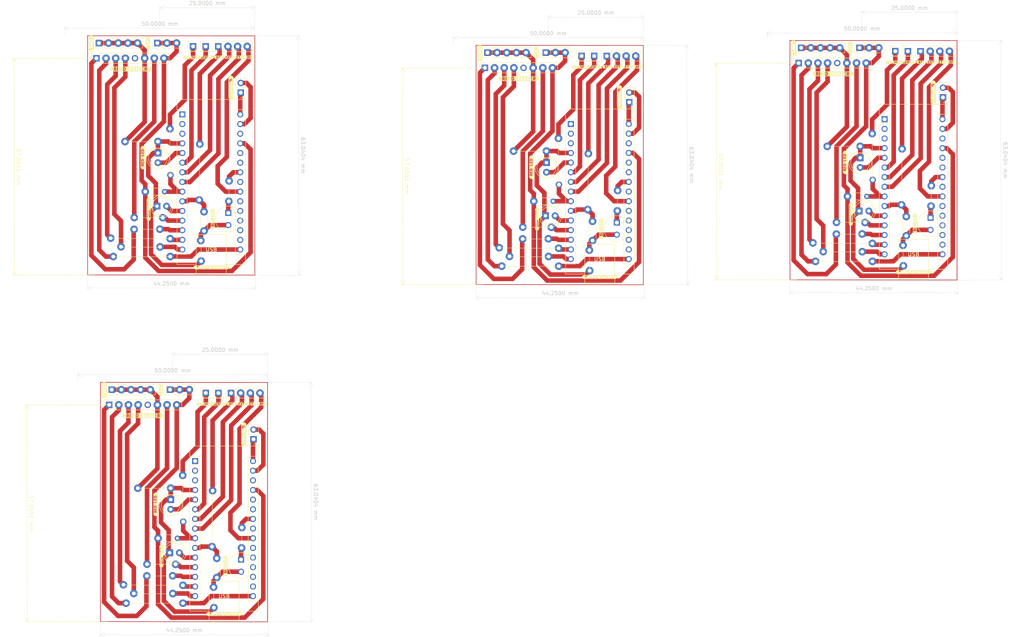
<source format=kicad_pcb>
(kicad_pcb (version 20240108) (generator "pcbnew") (generator_version "8.0")
  (layers (0 "F.Cu" signal) (31 "B.Cu" signal) (34 "B.Paste" user) (35 "F.Paste" user) (36 "B.SilkS" user "B.Silkscreen") (37 "F.SilkS" user "F.Silkscreen") (38 "B.Mask" user) (39 "F.Mask" user) (44 "Edge.Cuts" user))
  (net 0 "")
  (net 1 "KEY_PIN")
  (net 2 "Red_LED")
  (net 3 "RFID_MISO")
  (net 6 "LCK_EXTENDED")
  (net 8 "3V3")
  (net 9 "BUZZER_PIN")
  (net 10 "IR_SENSOR")
  (net 11 "RFID_RST")
  (net 14 "5V")
  (net 16 "RFID_SCK")
  (net 17 "RFID_SDA(SS)")
  (net 18 "Green_LED")
  (net 19 "RFID_MOSI")
  (net 20 "EXT_ALARM")
  (net 21 "LCK_RETRACTED")
  (net 23 "SERVO_PIN")
  (net 25 "GND")
  (net 30 "VIN")
  (footprint "kibuzzard-672CC3B5" (layer "F.Cu") (at 237.063246 34.816763)
    (property "Reference" "kibuzzard-672CC3B5" (hide yes))
    (property "Value" "G***" (hide yes))
  )
  (footprint "kibuzzard-672CC18C" (layer "F.Cu") (at 83.113246 30.441763)
    (property "Reference" "kibuzzard-672CC18C" (hide yes))
    (property "Value" "G***" (hide yes))
  )
  (footprint "Module:Arduino_Nano" (layer "F.Cu") (at 250.683246 46.771763)
    (property "Reference" "A1" (hide yes))
    (property "Value" "Arduino_Nano_v3.x")
  )
  (footprint "Connector_PinSocket_2.54mm:PinSocket_1x08_P2.54mm_Vertical" (layer "F.Cu") (at 228.063246 31.986763 90)
    (property "Reference" "J1" (hide yes))
    (property "Value" "RFID_Conn")
  )
  (footprint "LED_THT:LED_D5.0mm_Clear" (layer "F.Cu") (at 62.528246 160.881763)
    (property "Reference" "D1" (hide yes))
    (property "Value" "LED_G")
  )
  (footprint "LED_THT:LED_D5.0mm_Clear" (layer "F.Cu") (at 59.168246 69.651763)
    (property "Reference" "D1" (hide yes))
    (property "Value" "LED_G")
  )
  (footprint "Connector_PinHeader_2.54mm:PinHeader_1x04_P2.54mm_Vertical" (layer "F.Cu") (at 75.313246 27.621763 90)
    (property "Reference" "J2" (hide yes))
    (property "Value" "Connections")
  )
  (footprint "kibuzzard-67336038" (layer "F.Cu") (at 159.023246 29.251763 90)
    (property "Reference" "kibuzzard-67336038" (hide yes))
    (property "Value" "G***" (hide yes))
  )
  (footprint "Buzzer_Beeper:MagneticBuzzer_Kingstate_KCG0601" (layer "F.Cu") (at 262.783246 72.701763 -90)
    (property "Reference" "BZ1" (hide yes))
    (property "Value" "Buzzer")
  )
  (footprint "Connector_PinHeader_2.54mm:PinHeader_1x01_P2.54mm_Vertical" (layer "F.Cu") (at 72.033246 118.831763)
    (property "Reference" "J3" (hide yes))
    (property "Value" "IR_SENSOR")
  )
  (footprint "kibuzzard-672CC3B5" (layer "F.Cu") (at 55.593246 124.786763)
    (property "Reference" "kibuzzard-672CC3B5" (hide yes))
    (property "Value" "G***" (hide yes))
  )
  (footprint "kibuzzard-672CC489" (layer "F.Cu") (at 263.483246 39.731763 90)
    (property "Reference" "kibuzzard-672CC489" (hide yes))
    (property "Value" "G***" (hide yes))
  )
  (footprint "Connector_PinHeader_2.54mm:PinHeader_1x03_P2.54mm_Vertical" (layer "F.Cu") (at 62.613246 117.951763 90)
    (property "Reference" "J6" (hide yes))
    (property "Value" "5V")
  )
  (footprint "Resistor_THT:R_Axial_DIN0204_L3.6mm_D1.6mm_P5.08mm_Horizontal" (layer "F.Cu") (at 163.443246 68.351763 180)
    (property "Reference" "R1" (hide yes))
    (property "Value" "10K")
  )
  (footprint "kibuzzard-672CC18C" (layer "F.Cu") (at 86.473246 121.671763)
    (property "Reference" "kibuzzard-672CC18C" (hide yes))
    (property "Value" "G***" (hide yes))
  )
  (footprint "kibuzzard-672CC353" (layer "F.Cu") (at 60.333246 161.741763 90)
    (property "Reference" "kibuzzard-672CC353" (hide yes))
    (property "Value" "G***" (hide yes))
  )
  (footprint "kibuzzard-672CC227" (layer "F.Cu") (at 253.093246 31.781763)
    (property "Reference" "kibuzzard-672CC227" (hide yes))
    (property "Value" "G***" (hide yes))
  )
  (footprint "LED_THT:LED_D5.0mm" (layer "F.Cu") (at 62.793246 146.901763 -90)
    (property "Reference" "D2" (hide yes))
    (property "Value" "LED_R")
  )
  (footprint "kibuzzard-672CC10E" (layer "F.Cu") (at 75.453246 30.471763)
    (property "Reference" "kibuzzard-672CC10E" (hide yes))
    (property "Value" "G***" (hide yes))
  )
  (footprint "kibuzzard-672CC32C" (layer "F.Cu") (at 240.323246 58.141763 90)
    (property "Reference" "kibuzzard-672CC32C" (hide yes))
    (property "Value" "G***" (hide yes))
  )
  (footprint "Module:Arduino_Nano" (layer "F.Cu") (at 69.213246 136.741763)
    (property "Reference" "A1" (hide yes))
    (property "Value" "Arduino_Nano_v3.x")
  )
  (footprint "Connector_PinHeader_2.54mm:PinHeader_1x01_P2.54mm_Vertical" (layer "F.Cu") (at 71.993246 27.611763)
    (property "Reference" "J4" (hide yes))
    (property "Value" "SERVO")
  )
  (footprint "kibuzzard-672CC227" (layer "F.Cu") (at 170.523246 33.041763)
    (property "Reference" "kibuzzard-672CC227" (hide yes))
    (property "Value" "G***" (hide yes))
  )
  (footprint "Connector_PinHeader_2.54mm:PinHeader_1x04_P2.54mm_Vertical" (layer "F.Cu") (at 260.143246 28.881763 90)
    (property "Reference" "J2" (hide yes))
    (property "Value" "Connections")
  )
  (footprint "kibuzzard-672CC227" (layer "F.Cu") (at 71.623246 121.751763)
    (property "Reference" "kibuzzard-672CC227" (hide yes))
    (property "Value" "G***" (hide yes))
  )
  (footprint "Connector_PinHeader_2.54mm:PinHeader_1x01_P2.54mm_Vertical" (layer "F.Cu") (at 170.933246 30.121763)
    (property "Reference" "J3" (hide yes))
    (property "Value" "IR_SENSOR")
  )
  (footprint "kibuzzard-672CC370" (layer "F.Cu") (at 73.843246 73.051763 90)
    (property "Reference" "kibuzzard-672CC370" (hide yes))
    (property "Value" "G***" (hide yes))
  )
  (footprint "kibuzzard-672CC267" (layer "F.Cu") (at 174.533246 33.031763)
    (property "Reference" "kibuzzard-672CC267" (hide yes))
    (property "Value" "G***" (hide yes))
  )
  (footprint "Buzzer_Beeper:MagneticBuzzer_Kingstate_KCG0601" (layer "F.Cu") (at 77.953246 71.441763 -90)
    (property "Reference" "BZ1" (hide yes))
    (property "Value" "Buzzer")
  )
  (footprint "kibuzzard-67336062" (layer "F.Cu") (at 226.733246 28.111763 90)
    (property "Reference" "kibuzzard-67336062" (hide yes))
    (property "Value" "G***" (hide yes))
  )
  (footprint "kibuzzard-67336062" (layer "F.Cu") (at 41.903246 26.851763 90)
    (property "Reference" "kibuzzard-67336062" (hide yes))
    (property "Value" "G***" (hide yes))
  )
  (footprint "kibuzzard-672CC267" (layer "F.Cu") (at 75.633246 121.741763)
    (property "Reference" "kibuzzard-672CC267" (hide yes))
    (property "Value" "G***" (hide yes))
  )
  (footprint "Connector_PinHeader_2.54mm:PinHeader_1x02_P2.54mm_Vertical" (layer "F.Cu") (at 81.223246 39.771763 180)
    (property "Reference" "J7" (hide yes))
    (property "Value" "PWR")
  )
  (footprint "kibuzzard-672CC427" (layer "F.Cu") (at 175.693246 88.291763)
    (property "Reference" "kibuzzard-672CC427" (hide yes))
    (property "Value" "G***" (hide yes))
  )
  (footprint "Resistor_THT:R_Axial_DIN0204_L3.6mm_D1.6mm_P5.08mm_Horizontal" (layer "F.Cu") (at 173.823246 73.631763 -90)
    (property "Reference" "R2" (hide yes))
    (property "Value" "10K")
  )
  (footprint "Connector_PinHeader_2.54mm:PinHeader_1x01_P2.54mm_Vertical" (layer "F.Cu") (at 75.353246 118.841763)
    (property "Reference" "J4" (hide yes))
    (property "Value" "SERVO")
  )
  (footprint "Connector_PinHeader_2.54mm:PinHeader_1x03_P2.54mm_Vertical" (layer "F.Cu") (at 59.253246 26.721763 90)
    (property "Reference" "J6" (hide yes))
    (property "Value" "5V")
  )
  (footprint "kibuzzard-672CC353" (layer "F.Cu") (at 159.233246 73.031763 90)
    (property "Reference" "kibuzzard-672CC353" (hide yes))
    (property "Value" "G***" (hide yes))
  )
  (footprint "kibuzzard-672CC427" (layer "F.Cu") (at 76.793246 177.001763)
    (property "Reference" "kibuzzard-672CC427" (hide yes))
    (property "Value" "G***" (hide yes))
  )
  (footprint "LED_THT:LED_D5.0mm" (layer "F.Cu") (at 244.263246 56.931763 -90)
    (property "Reference" "D2" (hide yes))
    (property "Value" "LED_R")
  )
  (footprint "Connector_PinSocket_2.54mm:PinSocket_1x08_P2.54mm_Vertical" (layer "F.Cu") (at 46.593246 121.956763 90)
    (property "Reference" "J1" (hide yes))
    (property "Value" "RFID_Conn")
  )
  (footprint "kibuzzard-672CC18C" (layer "F.Cu") (at 267.943246 31.701763)
    (property "Reference" "kibuzzard-672CC18C" (hide yes))
    (property "Value" "G***" (hide yes))
  )
  (footprint "kibuzzard-672CC32C" (layer "F.Cu") (at 55.493246 56.881763 90)
    (property "Reference" "kibuzzard-672CC32C" (hide yes))
    (property "Value" "G***" (hide yes))
  )
  (footprint "kibuzzard-672CC104" (layer "F.Cu") (at 78.053246 30.461763)
    (property "Reference" "kibuzzard-672CC104" (hide yes))
    (property "Value" "G***" (hide yes))
  )
  (footprint "kibuzzard-672CC104" (layer "F.Cu") (at 262.883246 31.721763)
    (property "Reference" "kibuzzard-672CC104" (hide yes))
    (property "Value" "G***" (hide yes))
  )
  (footprint "LED_THT:LED_D5.0mm_Clear" (layer "F.Cu") (at 161.428246 72.171763)
    (property "Reference" "D1" (hide yes))
    (property "Value" "LED_G")
  )
  (footprint "kibuzzard-672CC353" (layer "F.Cu") (at 241.803246 71.771763 90)
    (property "Reference" "kibuzzard-672CC353" (hide yes))
    (property "Value" "G***" (hide yes))
  )
  (footprint "Resistor_THT:R_Axial_DIN0204_L3.6mm_D1.6mm_P5.08mm_Horizontal" (layer "F.Cu") (at 71.563246 71.111763 -90)
    (property "Reference" "R2" (hide yes))
    (property "Value" "10K")
  )
  (footprint "Connector_PinHeader_2.54mm:PinHeader_1x02_P2.54mm_Vertical" (layer "F.Cu") (at 183.483246 42.291763 180)
    (property "Reference" "J7" (hide yes))
    (property "Value" "PWR")
  )
  (footprint "kibuzzard-67336062" (layer "F.Cu") (at 45.263246 118.081763 90)
    (property "Reference" "kibuzzard-67336062" (hide yes))
    (property "Value" "G***" (hide yes))
  )
  (footprint "Resistor_THT:R_Axial_DIN0204_L3.6mm_D1.6mm_P5.08mm_Horizontal" (layer "F.Cu") (at 74.923246 162.341763 -90)
    (property "Reference" "R2" (hide yes))
    (property "Value" "10K")
  )
  (footprint "kibuzzard-672CC151" (layer "F.Cu") (at 80.333246 30.451763)
    (property "Reference" "kibuzzard-672CC151" (hide yes))
    (property "Value" "G***" (hide yes))
  )
  (footprint "LED_THT:LED_D5.0mm" (layer "F.Cu") (at 59.433246 55.671763 -90)
    (property "Reference" "D2" (hide yes))
    (property "Value" "LED_R")
  )
  (footprint "kibuzzard-672CC151" (layer "F.Cu") (at 83.693246 121.681763)
    (property "Reference" "kibuzzard-672CC151" (hide yes))
    (property "Value" "G***" (hide yes))
  )
  (footprint "kibuzzard-672CC489" (layer "F.Cu") (at 78.653246 38.471763 90)
    (property "Reference" "kibuzzard-672CC489" (hide yes))
    (property "Value" "G***" (hide yes))
  )
  (footprint "kibuzzard-672CC3B5" (layer "F.Cu") (at 52.233246 33.556763)
    (property "Reference" "kibuzzard-672CC3B5" (hide yes))
    (property "Value" "G***" (hide yes))
  )
  (footprint "kibuzzard-672CC267" (layer "F.Cu") (at 257.103246 31.771763)
    (property "Reference" "kibuzzard-672CC267" (hide yes))
    (property "Value" "G***" (hide yes))
  )
  (footprint "kibuzzard-672CC489" (layer "F.Cu") (at 82.013246 129.701763 90)
    (property "Reference" "kibuzzard-672CC489" (hide yes))
    (property "Value" "G***" (hide yes))
  )
  (footprint "Buzzer_Beeper:MagneticBuzzer_Kingstate_KCG0601" (layer "F.Cu") (at 180.213246 73.961763 -90)
    (property "Reference" "BZ1" (hide yes))
    (property "Value" "Buzzer")
  )
  (footprint "kibuzzard-672CC353" (layer "F.Cu") (at 56.973246 70.511763 90)
    (property "Reference" "kibuzzard-672CC353" (hide yes))
    (property "Value" "G***" (hide yes))
  )
  (footprint "kibuzzard-672CC267" (layer "F.Cu") (at 72.273246 30.511763)
    (property "Reference" "kibuzzard-672CC267" (hide yes))
    (property "Value" "G***" (hide yes))
  )
  (footprint "Resistor_THT:R_Axial_DIN0204_L3.6mm_D1.6mm_P5.08mm_Horizontal" (layer "F.Cu") (at 256.393246 72.371763 -90)
    (property "Reference" "R2" (hide yes))
    (property "Value" "10K")
  )
  (footprint "kibuzzard-672CC427" (layer "F.Cu") (at 73.433246 85.771763)
    (property "Reference" "kibuzzard-672CC427" (hide yes))
    (property "Value" "G***" (hide yes))
  )
  (footprint "Connector_PinHeader_2.54mm:PinHeader_1x01_P2.54mm_Vertical" (layer "F.Cu") (at 68.673246 27.601763)
    (property "Reference" "J3" (hide yes))
    (property "Value" "IR_SENSOR")
  )
  (footprint "kibuzzard-67336038" (layer "F.Cu") (at 60.123246 117.961763 90)
    (property "Reference" "kibuzzard-67336038" (hide yes))
    (property "Value" "G***" (hide yes))
  )
  (footprint "Connector_PinHeader_2.54mm:PinHeader_1x05_P2.54mm_Vertical" (layer "F.Cu") (at 228.733246 27.991763 90)
    (property "Reference" "J5" (hide yes))
    (property "Value" "GND")
  )
  (footprint "Connector_PinHeader_2.54mm:PinHeader_1x03_P2.54mm_Vertical" (layer "F.Cu") (at 244.083246 27.981763 90)
    (property "Reference" "J6" (hide yes))
    (property "Value" "5V")
  )
  (footprint "kibuzzard-672CC427" (layer "F.Cu") (at 258.263246 87.031763)
    (property "Reference" "kibuzzard-672CC427" (hide yes))
    (property "Value" "G***" (hide yes))
  )
  (footprint "kibuzzard-67336062" (layer "F.Cu") (at 144.163246 29.371763 90)
    (property "Reference" "kibuzzard-67336062" (hide yes))
    (property "Value" "G***" (hide yes))
  )
  (footprint "kibuzzard-67336038" (layer "F.Cu") (at 56.763246 26.731763 90)
    (property "Reference" "kibuzzard-67336038" (hide yes))
    (property "Value" "G***" (hide yes))
  )
  (footprint "Module:Arduino_Nano" (layer "F.Cu") (at 65.853246 45.511763)
    (property "Reference" "A1" (hide yes))
    (property "Value" "Arduino_Nano_v3.x")
  )
  (footprint "Resistor_THT:R_Axial_DIN0204_L3.6mm_D1.6mm_P5.08mm_Horizontal" (layer "F.Cu") (at 64.543246 157.061763 180)
    (property "Reference" "R1" (hide yes))
    (property "Value" "10K")
  )
  (footprint "LED_THT:LED_D5.0mm" (layer "F.Cu") (at 161.693246 58.191763 -90)
    (property "Reference" "D2" (hide yes))
    (property "Value" "LED_R")
  )
  (footprint "Connector_PinHeader_2.54mm:PinHeader_1x04_P2.54mm_Vertical" (layer "F.Cu") (at 78.673246 118.851763 90)
    (property "Reference" "J2" (hide yes))
    (property "Value" "Connections")
  )
  (footprint "kibuzzard-672CC370" (layer "F.Cu") (at 258.673246 74.311763 90)
    (property "Reference" "kibuzzard-672CC370" (hide yes))
    (property "Value" "G***" (hide yes))
  )
  (footprint "kibuzzard-672CC370" (layer "F.Cu") (at 77.203246 164.281763 90)
    (property "Reference" "kibuzzard-672CC370" (hide yes))
    (property "Value" "G***" (hide yes))
  )
  (footprint "kibuzzard-672CC151" (layer "F.Cu") (at 265.163246 31.711763)
    (property "Reference" "kibuzzard-672CC151" (hide yes))
    (property "Value" "G***" (hide yes))
  )
  (footprint "Resistor_THT:R_Axial_DIN0204_L3.6mm_D1.6mm_P5.08mm_Horizontal" (layer "F.Cu") (at 61.183246 65.831763 180)
    (property "Reference" "R1" (hide yes))
    (property "Value" "10K")
  )
  (footprint "Buzzer_Beeper:MagneticBuzzer_Kingstate_KCG0601" (layer "F.Cu") (at 81.313246 162.671763 -90)
    (property "Reference" "BZ1" (hide yes))
    (property "Value" "Buzzer")
  )
  (footprint "LED_THT:LED_D5.0mm_Clear" (layer "F.Cu") (at 243.998246 70.911763)
    (property "Reference" "D1" (hide yes))
    (property "Value" "LED_G")
  )
  (footprint "Resistor_THT:R_Axial_DIN0204_L3.6mm_D1.6mm_P5.08mm_Horizontal" (layer "F.Cu") (at 246.013246 67.091763 180)
    (property "Reference" "R1" (hide yes))
    (property "Value" "10K")
  )
  (footprint "Connector_PinSocket_2.54mm:PinSocket_1x08_P2.54mm_Vertical" (layer "F.Cu") (at 43.233246 30.726763 90)
    (property "Reference" "J1" (hide yes))
    (property "Value" "RFID_Conn")
  )
  (footprint "kibuzzard-672CC32C" (layer "F.Cu") (at 58.853246 148.111763 90)
    (property "Reference" "kibuzzard-672CC32C" (hide yes))
    (property "Value" "G***" (hide yes))
  )
  (footprint "Connector_PinHeader_2.54mm:PinHeader_1x04_P2.54mm_Vertical" (layer "F.Cu") (at 177.573246 30.141763 90)
    (property "Reference" "J2" (hide yes))
    (property "Value" "Connections")
  )
  (footprint "Connector_PinHeader_2.54mm:PinHeader_1x01_P2.54mm_Vertical" (layer "F.Cu") (at 174.253246 30.131763)
    (property "Reference" "J4" (hide yes))
    (property "Value" "SERVO")
  )
  (footprint "Connector_PinSocket_2.54mm:PinSocket_1x08_P2.54mm_Vertical" (layer "F.Cu") (at 145.493246 33.246763 90)
    (property "Reference" "J1" (hide yes))
    (property "Value" "RFID_Conn")
  )
  (footprint "kibuzzard-672CC10E" (layer "F.Cu") (at 177.713246 32.991763)
    (property "Reference" "kibuzzard-672CC10E" (hide yes))
    (property "Value" "G***" (hide yes))
  )
  (footprint "kibuzzard-672CC18C" (layer "F.Cu") (at 185.373246 32.961763)
    (property "Reference" "kibuzzard-672CC18C" (hide yes))
    (property "Value" "G***" (hide yes))
  )
  (footprint "Connector_PinHeader_2.54mm:PinHeader_1x01_P2.54mm_Vertical" (layer "F.Cu") (at 256.823246 28.871763)
    (property "Reference" "J4" (hide yes))
    (property "Value" "SERVO")
  )
  (footprint "kibuzzard-672CC104" (layer "F.Cu") (at 180.313246 32.981763)
    (property "Reference" "kibuzzard-672CC104" (hide yes))
    (property "Value" "G***" (hide yes))
  )
  (footprint "Connector_PinHeader_2.54mm:PinHeader_1x05_P2.54mm_Vertical" (layer "F.Cu") (at 146.163246 29.251763 90)
    (property "Reference" "J5" (hide yes))
    (property "Value" "GND")
  )
  (footprint "kibuzzard-672CC10E" (layer "F.Cu") (at 78.813246 121.701763)
    (property "Reference" "kibuzzard-672CC10E" (hide yes))
    (property "Value" "G***" (hide yes))
  )
  (footprint "kibuzzard-672CC32C" (layer "F.Cu") (at 157.753246 59.401763 90)
    (property "Reference" "kibuzzard-672CC32C" (hide yes))
    (property "Value" "G***" (hide yes))
  )
  (footprint "Connector_PinHeader_2.54mm:PinHeader_1x05_P2.54mm_Vertical" (layer "F.Cu") (at 47.263246 117.961763 90)
    (property "Reference" "J5" (hide yes))
    (property "Value" "GND")
  )
  (footprint "Connector_PinHeader_2.54mm:PinHeader_1x02_P2.54mm_Vertical" (layer "F.Cu") (at 84.583246 131.001763 180)
    (property "Reference" "J7" (hide yes))
    (property "Value" "PWR")
  )
  (footprint "kibuzzard-67336038" (layer "F.Cu") (at 241.593246 27.991763 90)
    (property "Reference" "kibuzzard-67336038" (hide yes))
    (property "Value" "G***" (hide yes))
  )
  (footprint "Connector_PinHeader_2.54mm:PinHeader_1x02_P2.54mm_Vertical" (layer "F.Cu") (at 266.053246 41.031763 180)
    (property "Reference" "J7" (hide yes))
    (property "Value" "PWR")
  )
  (footprint "kibuzzard-672CC151" (layer "F.Cu") (at 182.593246 32.971763)
    (property "Reference" "kibuzzard-672CC151" (hide yes))
    (property "Value" "G***" (hide yes))
  )
  (footprint "Connector_PinHeader_2.54mm:PinHeader_1x03_P2.54mm_Vertical" (layer "F.Cu") (at 161.513246 29.241763 90)
    (property "Reference" "J6" (hide yes))
    (property "Value" "5V")
  )
  (footprint "Connector_PinHeader_2.54mm:PinHeader_1x01_P2.54mm_Vertical" (layer "F.Cu") (at 253.503246 28.861763)
    (property "Reference" "J3" (hide yes))
    (property "Value" "IR_SENSOR")
  )
  (footprint "kibuzzard-672CC3B5" (layer "F.Cu") (at 154.493246 36.076763)
    (property "Reference" "kibuzzard-672CC3B5" (hide yes))
    (property "Value" "G***" (hide yes))
  )
  (footprint "Connector_PinHeader_2.54mm:PinHeader_1x05_P2.54mm_Vertical" (layer "F.Cu") (at 43.903246 26.731763 90)
    (property "Reference" "J5" (hide yes))
    (property "Value" "GND")
  )
  (footprint "kibuzzard-672CC227" (layer "F.Cu") (at 68.263246 30.521763)
    (property "Reference" "kibuzzard-672CC227" (hide yes))
    (property "Value" "G***" (hide yes))
  )
  (footprint "kibuzzard-672CC104" (layer "F.Cu") (at 81.413246 121.691763)
    (property "Reference" "kibuzzard-672CC104" (hide yes))
    (property "Value" "G***" (hide yes))
  )
  (footprint "Module:Arduino_Nano" (layer "F.Cu") (at 168.113246 48.031763)
    (property "Reference" "A1" (hide yes))
    (property "Value" "Arduino_Nano_v3.x")
  )
  (footprint "kibuzzard-672CC489" (layer "F.Cu") (at 180.913246 40.991763 90)
    (property "Reference" "kibuzzard-672CC489" (hide yes))
    (property "Value" "G***" (hide yes))
  )
  (footprint "kibuzzard-672CC370" (layer "F.Cu") (at 176.103246 75.571763 90)
    (property "Reference" "kibuzzard-672CC370" (hide yes))
    (property "Value" "G***" (hide yes))
  )
  (footprint "kibuzzard-672CC10E" (layer "F.Cu") (at 260.283246 31.731763)
    (property "Reference" "kibuzzard-672CC10E" (hide yes))
    (property "Value" "G***" (hide yes))
  )
  (gr_line (start 88.283246 179.051763) (end 44.293246 179.001763) (stroke (width 0.2)) (layer "F.Cu"))
  (gr_line (start 88.283246 116.051763) (end 88.283246 179.051763) (stroke (width 0.2)) (layer "F.Cu"))
  (gr_line (start 44.283246 116.031763) (end 88.283246 116.051763) (stroke (width 0.2)) (layer "F.Cu"))
  (gr_line (start 84.923246 87.821763) (end 40.933246 87.771763) (stroke (width 0.2)) (layer "F.Cu"))
  (gr_line (start 225.753246 26.061763) (end 269.753246 26.081763) (stroke (width 0.2)) (layer "F.Cu"))
  (gr_line (start 143.193246 90.291763) (end 143.183246 27.321763) (stroke (width 0.2)) (layer "F.Cu"))
  (gr_line (start 269.753246 26.081763) (end 269.753246 89.081763) (stroke (width 0.2)) (layer "F.Cu"))
  (gr_line (start 40.923246 24.801763) (end 84.923246 24.821763) (stroke (width 0.2)) (layer "F.Cu"))
  (gr_line (start 225.763246 89.031763) (end 225.753246 26.061763) (stroke (width 0.2)) (layer "F.Cu"))
  (gr_line (start 269.753246 89.081763) (end 225.763246 89.031763) (stroke (width 0.2)) (layer "F.Cu"))
  (gr_line (start 40.933246 87.771763) (end 40.923246 24.801763) (stroke (width 0.2)) (layer "F.Cu"))
  (gr_line (start 84.923246 24.821763) (end 84.923246 87.821763) (stroke (width 0.2)) (layer "F.Cu"))
  (gr_line (start 44.293246 179.001763) (end 44.283246 116.031763) (stroke (width 0.2)) (layer "F.Cu"))
  (gr_line (start 143.183246 27.321763) (end 187.183246 27.341763) (stroke (width 0.2)) (layer "F.Cu"))
  (gr_line (start 187.183246 27.341763) (end 187.183246 90.341763) (stroke (width 0.2)) (layer "F.Cu"))
  (gr_line (start 187.183246 90.341763) (end 143.193246 90.291763) (stroke (width 0.2)) (layer "F.Cu"))
  (gr_line (start 62.663246 61.371763) (end 62.563246 49.131763) (stroke (width 0.1)) (layer "F.SilkS"))
  (gr_line (start 245.676456 73.896656) (end 237.963246 73.941763) (stroke (width 0.1)) (layer "F.SilkS"))
  (gr_line (start 60.846456 72.636656) (end 53.133246 72.681763) (stroke (width 0.1)) (layer "F.SilkS"))
  (gr_line (start 149.903246 85.501763) (end 164.948246 85.471763) (stroke (width 0.1)) (layer "F.SilkS"))
  (gr_line (start 232.473246 84.241763) (end 247.518246 84.211763) (stroke (width 0.1)) (layer "F.SilkS"))
  (gr_line (start 234.483246 81.681763) (end 244.735746 81.696763) (stroke (width 0.1)) (layer "F.SilkS"))
  (gr_line (start 153.003246 55.191763) (end 161.683246 55.191763) (stroke (width 0.1)) (layer "F.SilkS"))
  (gr_line (start 78.153246 63.021763) (end 78.103246 68.371763) (stroke (width 0.1)) (layer "F.SilkS"))
  (gr_line (start 49.653246 80.421763) (end 59.905746 80.436763) (stroke (width 0.1)) (layer "F.SilkS"))
  (gr_line (start 47.643246 82.981763) (end 62.688246 82.951763) (stroke (width 0.1)) (layer "F.SilkS"))
  (gr_line (start 81.513246 154.251763) (end 81.463246 159.601763) (stroke (width 0.1)) (layer "F.SilkS"))
  (gr_line (start 173.063246 86.641763) (end 173.023246 81.221763) (stroke (width 0.1)) (layer "F.SilkS"))
  (gr_line (start 164.923246 63.891763) (end 164.823246 51.651763) (stroke (width 0.1)) (layer "F.SilkS"))
  (gr_line (start 53.013246 171.651763) (end 63.265746 171.666763) (stroke (width 0.1)) (layer "F.SilkS"))
  (gr_line (start 247.443246 79.501763) (end 231.775746 79.384263) (stroke (width 0.1)) (layer "F.SilkS"))
  (gr_line (start 73.663246 159.221763) (end 73.813246 144.511763) (stroke (width 0.1)) (layer "F.SilkS"))
  (gr_line (start 247.493246 62.631763) (end 247.393246 50.391763) (stroke (width 0.1)) (layer "F.SilkS"))
  (gr_line (start 164.873246 80.761763) (end 149.205746 80.644263) (stroke (width 0.1)) (layer "F.SilkS"))
  (gr_line (start 51.003246 174.211763) (end 66.048246 174.181763) (stroke (width 0.1)) (layer "F.SilkS"))
  (gr_line (start 180.413246 65.541763) (end 180.363246 70.891763) (stroke (width 0.1)) (layer "F.SilkS"))
  (gr_line (start 255.633246 85.381763) (end 255.593246 79.961763) (stroke (width 0.1)) (layer "F.SilkS"))
  (gr_line (start 62.613246 78.241763) (end 46.945746 78.124263) (stroke (width 0.1)) (layer "F.SilkS"))
  (gr_line (start 54.103246 143.901763) (end 62.783246 143.901763) (stroke (width 0.1)) (layer "F.SilkS"))
  (gr_line (start 64.206456 163.866656) (end 56.493246 163.911763) (stroke (width 0.1)) (layer "F.SilkS"))
  (gr_line (start 151.913246 82.941763) (end 162.165746 82.956763) (stroke (width 0.1)) (layer "F.SilkS"))
  (gr_line (start 172.563246 70.511763) (end 172.713246 55.801763) (stroke (width 0.1)) (layer "F.SilkS"))
  (gr_line (start 66.023246 152.601763) (end 65.923246 140.361763) (stroke (width 0.1)) (layer "F.SilkS"))
  (gr_line (start 262.983246 64.281763) (end 262.933246 69.631763) (stroke (width 0.1)) (layer "F.SilkS"))
  (gr_line (start 70.803246 84.121763) (end 70.763246 78.701763) (stroke (width 0.1)) (layer "F.SilkS"))
  (gr_line (start 50.743246 52.671763) (end 59.423246 52.671763) (stroke (width 0.1)) (layer "F.SilkS"))
  (gr_line (start 163.106456 75.156656) (end 155.393246 75.201763) (stroke (width 0.1)) (layer "F.SilkS"))
  (gr_line (start 255.133246 69.251763) (end 255.283246 54.541763) (stroke (width 0.1)) (layer "F.SilkS"))
  (gr_line (start 237.913246 77.051763) (end 244.873246 77.001763) (stroke (width 0.1)) (layer "F.SilkS"))
  (gr_line (start 65.973246 169.471763) (end 50.305746 169.354263) (stroke (width 0.1)) (layer "F.SilkS"))
  (gr_line (start 70.303246 67.991763) (end 70.453246 53.281763) (stroke (width 0.1)) (layer "F.SilkS"))
  (gr_line (start 56.443246 167.021763) (end 63.403246 166.971763) (stroke (width 0.1)) (layer "F.SilkS"))
  (gr_line (start 74.163246 175.351763) (end 74.123246 169.931763) (stroke (width 0.1)) (layer "F.SilkS"))
  (gr_line (start 155.343246 78.311763) (end 162.303246 78.261763) (stroke (width 0.1)) (layer "F.SilkS"))
  (gr_line (start 235.573246 53.931763) (end 244.253246 53.931763) (stroke (width 0.1)) (layer "F.SilkS"))
  (gr_line (start 53.083246 75.791763) (end 60.043246 75.741763) (stroke (width 0.1)) (layer "F.SilkS"))
  (gr_line (start 88.283246 116.051763) (end 88.263246 179.041763) (stroke (width 0.05)) (layer "Edge.Cuts"))
  (gr_line (start 143.193246 90.331763) (end 143.183246 27.361763) (stroke (width 0.05)) (layer "Edge.Cuts"))
  (gr_line (start 269.733246 89.071763) (end 225.763246 89.071763) (stroke (width 0.05)) (layer "Edge.Cuts"))
  (gr_line (start 84.903246 87.811763) (end 40.933246 87.811763) (stroke (width 0.05)) (layer "Edge.Cuts"))
  (gr_line (start 187.183246 27.341763) (end 187.163246 90.331763) (stroke (width 0.05)) (layer "Edge.Cuts"))
  (gr_line (start 269.753246 26.081763) (end 269.733246 89.071763) (stroke (width 0.05)) (layer "Edge.Cuts"))
  (gr_line (start 84.923246 24.821763) (end 84.903246 87.811763) (stroke (width 0.05)) (layer "Edge.Cuts"))
  (gr_line (start 143.183246 27.361763) (end 187.183246 27.341763) (stroke (width 0.05)) (layer "Edge.Cuts"))
  (gr_line (start 40.923246 24.841763) (end 84.923246 24.821763) (stroke (width 0.05)) (layer "Edge.Cuts"))
  (gr_line (start 225.763246 89.071763) (end 225.753246 26.101763) (stroke (width 0.05)) (layer "Edge.Cuts"))
  (gr_line (start 40.933246 87.811763) (end 40.923246 24.841763) (stroke (width 0.05)) (layer "Edge.Cuts"))
  (gr_line (start 88.263246 179.041763) (end 44.293246 179.041763) (stroke (width 0.05)) (layer "Edge.Cuts"))
  (gr_line (start 187.163246 90.331763) (end 143.193246 90.331763) (stroke (width 0.05)) (layer "Edge.Cuts"))
  (gr_line (start 44.283246 116.071763) (end 88.283246 116.051763) (stroke (width 0.05)) (layer "Edge.Cuts"))
  (gr_line (start 225.753246 26.101763) (end 269.753246 26.081763) (stroke (width 0.05)) (layer "Edge.Cuts"))
  (gr_line (start 44.293246 179.041763) (end 44.283246 116.071763) (stroke (width 0.05)) (layer "Edge.Cuts"))
  (dimension (type aligned) (layer "F.SilkS") (pts (xy 43.233246 30.726763) (xy 43.313246 87.781763)) (height 21.652134) (gr_text "57.0551 mm" (at 22.721132 59.283081 270.0803376) (layer "F.SilkS") (effects (font (size 1 1) (thickness 0.1)))) (format (prefix "") (suffix "") (units 3) (units_format 1) (precision 4)) (style (thickness 0.1) (arrow_length 1.27) (text_position_mode 0) (extension_height 0.58642) (extension_offset 0.5) keep_text_aligned))
  (dimension (type aligned) (layer "F.SilkS") (pts (xy 145.493246 33.246763) (xy 145.573246 90.301763)) (height 21.652134) (gr_text "57.0551 mm" (at 124.981132 61.803081 270.0803376) (layer "F.SilkS") (effects (font (size 1 1) (thickness 0.1)))) (format (prefix "") (suffix "") (units 3) (units_format 1) (precision 4)) (style (thickness 0.1) (arrow_length 1.27) (text_position_mode 0) (extension_height 0.58642) (extension_offset 0.5) keep_text_aligned))
  (dimension (type aligned) (layer "F.SilkS") (pts (xy 46.593246 121.956763) (xy 46.673246 179.011763)) (height 21.652134) (gr_text "57.0551 mm" (at 26.081132 150.513081 270.0803376) (layer "F.SilkS") (effects (font (size 1 1) (thickness 0.1)))) (format (prefix "") (suffix "") (units 3) (units_format 1) (precision 4)) (style (thickness 0.1) (arrow_length 1.27) (text_position_mode 0) (extension_height 0.58642) (extension_offset 0.5) keep_text_aligned))
  (dimension (type aligned) (layer "F.SilkS") (pts (xy 228.063246 31.986763) (xy 228.143246 89.041763)) (height 21.652134) (gr_text "57.0551 mm" (at 207.551132 60.543081 270.0803376) (layer "F.SilkS") (effects (font (size 1 1) (thickness 0.1)))) (format (prefix "") (suffix "") (units 3) (units_format 1) (precision 4)) (style (thickness 0.1) (arrow_length 1.27) (text_position_mode 0) (extension_height 0.58642) (extension_offset 0.5) keep_text_aligned))
  (dimension (type aligned) (layer "Edge.Cuts") (pts (xy 137.183246 27.351763) (xy 187.183246 27.341763)) (height -1.999999) (gr_text "50.0000 mm" (at 162.182616 24.196764 0.01145915575) (layer "Edge.Cuts") (effects (font (size 1 1) (thickness 0.15)))) (format (prefix "") (suffix "") (units 3) (units_format 1) (precision 4)) (style (thickness 0.05) (arrow_length 1.27) (text_position_mode 0) (extension_height 0.58642) (extension_offset 0.5) keep_text_aligned))
  (dimension (type aligned) (layer "Edge.Cuts") (pts (xy 38.283246 116.061763) (xy 88.283246 116.051763)) (height -1.999999) (gr_text "50.0000 mm" (at 63.282616 112.906764 0.01145915575) (layer "Edge.Cuts") (effects (font (size 1 1) (thickness 0.15)))) (format (prefix "") (suffix "") (units 3) (units_format 1) (precision 4)) (style (thickness 0.05) (arrow_length 1.27) (text_position_mode 0) (extension_height 0.58642) (extension_offset 0.5) keep_text_aligned))
  (dimension (type aligned) (layer "Edge.Cuts") (pts (xy 88.283246 116.051763) (xy 88.513246 179.091763)) (height -11.44683) (gr_text "63.0404 mm" (at 100.994992 147.525804 270.2090414) (layer "Edge.Cuts") (effects (font (size 1 1) (thickness 0.15)))) (format (prefix "") (suffix "") (units 3) (units_format 1) (precision 4)) (style (thickness 0.05) (arrow_length 1.27) (text_position_mode 0) (extension_height 0.58642) (extension_offset 0.5) keep_text_aligned))
  (dimension (type aligned) (layer "Edge.Cuts") (pts (xy 88.513246 179.091763) (xy 44.263246 179.061763)) (height -3.353455) (gr_text "44.2500 mm" (at 66.386752 181.280217 -0.03884459033) (layer "Edge.Cuts") (effects (font (size 1 1) (thickness 0.15)))) (format (prefix "") (suffix "") (units 3) (units_format 1) (precision 4)) (style (thickness 0.05) (arrow_length 1.27) (text_position_mode 0) (extension_height 0.58642) (extension_offset 0.5) keep_text_aligned))
  (dimension (type aligned) (layer "Edge.Cuts") (pts (xy 187.183246 25.341763) (xy 162.183246 25.341763)) (height 5.43) (gr_text "25.0000 mm" (at 174.683246 18.761763 0) (layer "Edge.Cuts") (effects (font (size 1 1) (thickness 0.15)))) (format (prefix "") (suffix "") (units 3) (units_format 1) (precision 4)) (style (thickness 0.05) (arrow_length 1.27) (text_position_mode 0) (extension_height 0.58642) (extension_offset 0.5) keep_text_aligned))
  (dimension (type aligned) (layer "Edge.Cuts") (pts (xy 219.753246 26.091763) (xy 269.753246 26.081763)) (height -1.999999) (gr_text "50.0000 mm" (at 244.752616 22.936764 0.01145915575) (layer "Edge.Cuts") (effects (font (size 1 1) (thickness 0.15)))) (format (prefix "") (suffix "") (units 3) (units_format 1) (precision 4)) (style (thickness 0.05) (arrow_length 1.27) (text_position_mode 0) (extension_height 0.58642) (extension_offset 0.5) keep_text_aligned))
  (dimension (type aligned) (layer "Edge.Cuts") (pts (xy 269.753246 26.081763) (xy 269.983246 89.121763)) (height -11.44683) (gr_text "63.0404 mm" (at 282.464992 57.555804 270.2090414) (layer "Edge.Cuts") (effects (font (size 1 1) (thickness 0.15)))) (format (prefix "") (suffix "") (units 3) (units_format 1) (precision 4)) (style (thickness 0.05) (arrow_length 1.27) (text_position_mode 0) (extension_height 0.58642) (extension_offset 0.5) keep_text_aligned))
  (dimension (type aligned) (layer "Edge.Cuts") (pts (xy 84.923246 24.821763) (xy 85.153246 87.861763)) (height -11.44683) (gr_text "63.0404 mm" (at 97.634992 56.295804 270.2090414) (layer "Edge.Cuts") (effects (font (size 1 1) (thickness 0.15)))) (format (prefix "") (suffix "") (units 3) (units_format 1) (precision 4)) (style (thickness 0.05) (arrow_length 1.27) (text_position_mode 0) (extension_height 0.58642) (extension_offset 0.5) keep_text_aligned))
  (dimension (type aligned) (layer "Edge.Cuts") (pts (xy 34.923246 24.831763) (xy 84.923246 24.821763)) (height -1.999999) (gr_text "50.0000 mm" (at 59.922616 21.676764 0.01145915575) (layer "Edge.Cuts") (effects (font (size 1 1) (thickness 0.15)))) (format (prefix "") (suffix "") (units 3) (units_format 1) (precision 4)) (style (thickness 0.05) (arrow_length 1.27) (text_position_mode 0) (extension_height 0.58642) (extension_offset 0.5) keep_text_aligned))
  (dimension (type aligned) (layer "Edge.Cuts") (pts (xy 269.983246 89.121763) (xy 225.733246 89.091763)) (height -3.353455) (gr_text "44.2500 mm" (at 247.856752 91.310217 -0.03884459033) (layer "Edge.Cuts") (effects (font (size 1 1) (thickness 0.15)))) (format (prefix "") (suffix "") (units 3) (units_format 1) (precision 4)) (style (thickness 0.05) (arrow_length 1.27) (text_position_mode 0) (extension_height 0.58642) (extension_offset 0.5) keep_text_aligned))
  (dimension (type aligned) (layer "Edge.Cuts") (pts (xy 88.283246 114.051763) (xy 63.283246 114.051763)) (height 5.43) (gr_text "25.0000 mm" (at 75.783246 107.471763 0) (layer "Edge.Cuts") (effects (font (size 1 1) (thickness 0.15)))) (format (prefix "") (suffix "") (units 3) (units_format 1) (precision 4)) (style (thickness 0.05) (arrow_length 1.27) (text_position_mode 0) (extension_height 0.58642) (extension_offset 0.5) keep_text_aligned))
  (dimension (type aligned) (layer "Edge.Cuts") (pts (xy 187.413246 90.381763) (xy 143.163246 90.351763)) (height -3.353455) (gr_text "44.2500 mm" (at 165.286752 92.570217 -0.03884459033) (layer "Edge.Cuts") (effects (font (size 1 1) (thickness 0.15)))) (format (prefix "") (suffix "") (units 3) (units_format 1) (precision 4)) (style (thickness 0.05) (arrow_length 1.27) (text_position_mode 0) (extension_height 0.58642) (extension_offset 0.5) keep_text_aligned))
  (dimension (type aligned) (layer "Edge.Cuts") (pts (xy 187.183246 27.341763) (xy 187.413246 90.381763)) (height -11.44683) (gr_text "63.0404 mm" (at 199.894992 58.815804 270.2090414) (layer "Edge.Cuts") (effects (font (size 1 1) (thickness 0.15)))) (format (prefix "") (suffix "") (units 3) (units_format 1) (precision 4)) (style (thickness 0.05) (arrow_length 1.27) (text_position_mode 0) (extension_height 0.58642) (extension_offset 0.5) keep_text_aligned))
  (dimension (type aligned) (layer "Edge.Cuts") (pts (xy 84.923246 22.821763) (xy 59.923246 22.821763)) (height 5.43) (gr_text "25.0000 mm" (at 72.423246 16.241763 0) (layer "Edge.Cuts") (effects (font (size 1 1) (thickness 0.15)))) (format (prefix "") (suffix "") (units 3) (units_format 1) (precision 4)) (style (thickness 0.05) (arrow_length 1.27) (text_position_mode 0) (extension_height 0.58642) (extension_offset 0.5) keep_text_aligned))
  (dimension (type aligned) (layer "Edge.Cuts") (pts (xy 269.753246 24.081763) (xy 244.753246 24.081763)) (height 5.43) (gr_text "25.0000 mm" (at 257.253246 17.501763 0) (layer "Edge.Cuts") (effects (font (size 1 1) (thickness 0.15)))) (format (prefix "") (suffix "") (units 3) (units_format 1) (precision 4)) (style (thickness 0.05) (arrow_length 1.27) (text_position_mode 0) (extension_height 0.58642) (extension_offset 0.5) keep_text_aligned))
  (dimension (type aligned) (layer "Edge.Cuts") (pts (xy 85.153246 87.861763) (xy 40.903246 87.831763)) (height -3.353455) (gr_text "44.2500 mm" (at 63.026752 90.050217 -0.03884459033) (layer "Edge.Cuts") (effects (font (size 1 1) (thickness 0.15)))) (format (prefix "") (suffix "") (units 3) (units_format 1) (precision 4)) (style (thickness 0.05) (arrow_length 1.27) (text_position_mode 0) (extension_height 0.58642) (extension_offset 0.5) keep_text_aligned))
  (segment (start 260.473246 30.903033) (end 260.473246 29.431763) (width 1.2) (layer "F.Cu") (net 1))
  (segment (start 73.653246 159.261763) (end 70.733246 159.261763) (width 1.2) (layer "F.Cu") (net 1))
  (segment (start 75.643246 29.643033) (end 75.643246 28.171763) (width 1.2) (layer "F.Cu") (net 1))
  (segment (start 256.403246 71.291763) (end 256.393246 71.301763) (width 1.2) (layer "F.Cu") (net 1))
  (segment (start 255.123246 69.291763) (end 252.203246 69.291763) (width 1.2) (layer "F.Cu") (net 1))
  (segment (start 70.293246 68.031763) (end 67.373246 68.031763) (width 1.2) (layer "F.Cu") (net 1))
  (segment (start 71.563246 70.041763) (end 71.563246 71.111763) (width 1.2) (layer "F.Cu") (net 1))
  (segment (start 70.453246 34.833033) (end 75.643246 29.643033) (width 1.2) (layer "F.Cu") (net 1))
  (segment (start 172.713246 37.353033) (end 177.903246 32.163033) (width 1.2) (layer "F.Cu") (net 1))
  (segment (start 255.283246 36.093033) (end 260.473246 30.903033) (width 1.2) (layer "F.Cu") (net 1))
  (segment (start 67.033246 68.371763) (end 65.853246 68.371763) (width 1.2) (layer "F.Cu") (net 1))
  (segment (start 71.573246 70.031763) (end 71.563246 70.041763) (width 1.2) (layer "F.Cu") (net 1))
  (segment (start 67.373246 68.031763) (end 67.033246 68.371763) (width 1.2) (layer "F.Cu") (net 1))
  (segment (start 70.293246 68.031763) (end 71.573246 69.311763) (width 1.2) (layer "F.Cu") (net 1))
  (segment (start 173.833246 72.551763) (end 173.823246 72.561763) (width 1.2) (layer "F.Cu") (net 1))
  (segment (start 71.573246 69.311763) (end 71.573246 70.031763) (width 1.2) (layer "F.Cu") (net 1))
  (segment (start 70.453246 53.281763) (end 70.453246 34.833033) (width 1.2) (layer "F.Cu") (net 1))
  (segment (start 73.813246 126.063033) (end 79.003246 120.873033) (width 1.2) (layer "F.Cu") (net 1))
  (segment (start 173.833246 71.831763) (end 173.833246 72.551763) (width 1.2) (layer "F.Cu") (net 1))
  (segment (start 70.733246 159.261763) (end 70.393246 159.601763) (width 1.2) (layer "F.Cu") (net 1))
  (segment (start 172.713246 55.801763) (end 172.713246 37.353033) (width 1.2) (layer "F.Cu") (net 1))
  (segment (start 79.003246 120.873033) (end 79.003246 119.401763) (width 1.2) (layer "F.Cu") (net 1))
  (segment (start 252.203246 69.291763) (end 251.863246 69.631763) (width 1.2) (layer "F.Cu") (net 1))
  (segment (start 172.553246 70.551763) (end 173.833246 71.831763) (width 1.2) (layer "F.Cu") (net 1))
  (segment (start 74.933246 160.541763) (end 74.933246 161.261763) (width 1.2) (layer "F.Cu") (net 1))
  (segment (start 251.863246 69.631763) (end 250.683246 69.631763) (width 1.2) (layer "F.Cu") (net 1))
  (segment (start 177.903246 32.163033) (end 177.903246 30.691763) (width 1.2) (layer "F.Cu") (net 1))
  (segment (start 74.933246 161.261763) (end 74.923246 161.271763) (width 1.2) (layer "F.Cu") (net 1))
  (segment (start 74.923246 161.271763) (end 74.923246 162.341763) (width 1.2) (layer "F.Cu") (net 1))
  (segment (start 255.283246 54.541763) (end 255.283246 36.093033) (width 1.2) (layer "F.Cu") (net 1))
  (segment (start 172.553246 70.551763) (end 169.633246 70.551763) (width 1.2) (layer "F.Cu") (net 1))
  (segment (start 173.823246 72.561763) (end 173.823246 73.631763) (width 1.2) (layer "F.Cu") (net 1))
  (segment (start 70.393246 159.601763) (end 69.213246 159.601763) (width 1.2) (layer "F.Cu") (net 1))
  (segment (start 256.403246 70.571763) (end 256.403246 71.291763) (width 1.2) (layer "F.Cu") (net 1))
  (segment (start 256.393246 71.301763) (end 256.393246 72.371763) (width 1.2) (layer "F.Cu") (net 1))
  (segment (start 169.633246 70.551763) (end 169.293246 70.891763) (width 1.2) (layer "F.Cu") (net 1))
  (segment (start 255.123246 69.291763) (end 256.403246 70.571763) (width 1.2) (layer "F.Cu") (net 1))
  (segment (start 169.293246 70.891763) (end 168.113246 70.891763) (width 1.2) (layer "F.Cu") (net 1))
  (segment (start 73.653246 159.261763) (end 74.933246 160.541763) (width 1.2) (layer "F.Cu") (net 1))
  (segment (start 73.813246 144.511763) (end 73.813246 126.063033) (width 1.2) (layer "F.Cu") (net 1))
  (via (at 73.823246 144.541763) (size 2) (drill 1) (layers "F.Cu" "B.Cu") (net 1))
  (via (at 70.463246 53.311763) (size 2) (drill 1) (layers "F.Cu" "B.Cu") (net 1))
  (via (at 255.293246 54.571763) (size 2) (drill 1) (layers "F.Cu" "B.Cu") (net 1))
  (via (at 255.123246 69.291763) (size 2) (drill 1) (layers "F.Cu" "B.Cu") (net 1))
  (via (at 172.723246 55.831763) (size 2) (drill 1) (layers "F.Cu" "B.Cu") (net 1))
  (via (at 73.653246 159.261763) (size 2) (drill 1) (layers "F.Cu" "B.Cu") (net 1))
  (via (at 70.293246 68.031763) (size 2) (drill 1) (layers "F.Cu" "B.Cu") (net 1))
  (via (at 172.553246 70.551763) (size 2) (drill 1) (layers "F.Cu" "B.Cu") (net 1))
  (segment (start 250.683246 56.931763) (end 248.953246 56.931763) (width 1.2) (layer "F.Cu") (net 2))
  (segment (start 248.953246 56.931763) (end 246.413246 59.471763) (width 1.2) (layer "F.Cu") (net 2))
  (segment (start 246.413246 59.471763) (end 244.263246 59.471763) (width 1.2) (layer "F.Cu") (net 2))
  (segment (start 65.853246 55.671763) (end 64.123246 55.671763) (width 1.2) (layer "F.Cu") (net 2))
  (segment (start 64.943246 149.441763) (end 62.793246 149.441763) (width 1.2) (layer "F.Cu") (net 2))
  (segment (start 163.843246 60.731763) (end 161.693246 60.731763) (width 1.2) (layer "F.Cu") (net 2))
  (segment (start 67.483246 146.901763) (end 64.943246 149.441763) (width 1.2) (layer "F.Cu") (net 2))
  (segment (start 168.113246 58.191763) (end 166.383246 58.191763) (width 1.2) (layer "F.Cu") (net 2))
  (segment (start 61.583246 58.211763) (end 59.433246 58.211763) (width 1.2) (layer "F.Cu") (net 2))
  (segment (start 166.383246 58.191763) (end 163.843246 60.731763) (width 1.2) (layer "F.Cu") (net 2))
  (segment (start 69.213246 146.901763) (end 67.483246 146.901763) (width 1.2) (layer "F.Cu") (net 2))
  (segment (start 64.123246 55.671763) (end 61.583246 58.211763) (width 1.2) (layer "F.Cu") (net 2))
  (segment (start 151.973246 82.871763) (end 151.973246 76.047347) (width 1.2) (layer "F.Cu") (net 3))
  (segment (start 64.313246 171.601763) (end 67.283246 171.601763) (width 1.2) (layer "F.Cu") (net 3))
  (segment (start 53.073246 164.757347) (end 52.705454 164.389555) (width 1.2) (layer "F.Cu") (net 3))
  (segment (start 232.793246 39.750216) (end 232.793246 73.037348) (width 1.2) (layer "F.Cu") (net 3))
  (segment (start 168.113246 83.591763) (end 166.883246 83.591763) (width 1.2) (layer "F.Cu") (net 3))
  (segment (start 51.323246 129.720216) (end 51.323246 163.007348) (width 1.2) (layer "F.Cu") (net 3))
  (segment (start 49.713246 73.527347) (end 49.345454 73.159555) (width 1.2) (layer "F.Cu") (net 3))
  (segment (start 47.963246 71.777348) (end 49.345454 73.159555) (width 1.2) (layer "F.Cu") (net 3))
  (segment (start 166.183246 82.891763) (end 166.883246 83.591763) (width 1.2) (layer "F.Cu") (net 3))
  (segment (start 234.543246 74.787347) (end 234.175454 74.419555) (width 1.2) (layer "F.Cu") (net 3))
  (segment (start 54.213246 126.830216) (end 51.323246 129.720216) (width 1.2) (layer "F.Cu") (net 3))
  (segment (start 50.853246 30.726763) (end 50.853246 35.600216) (width 1.2) (layer "F.Cu") (net 3))
  (segment (start 150.223246 74.297348) (end 151.605454 75.679555) (width 1.2) (layer "F.Cu") (net 3))
  (segment (start 54.213246 121.956763) (end 54.213246 126.830216) (width 1.2) (layer "F.Cu") (net 3))
  (segment (start 51.323246 163.007348) (end 52.705454 164.389555) (width 1.2) (layer "F.Cu") (net 3))
  (segment (start 163.213246 82.891763) (end 166.183246 82.891763) (width 1.2) (layer "F.Cu") (net 3))
  (segment (start 245.783246 81.631763) (end 248.753246 81.631763) (width 1.2) (layer "F.Cu") (net 3))
  (segment (start 50.853246 35.600216) (end 47.963246 38.490216) (width 1.2) (layer "F.Cu") (net 3))
  (segment (start 47.963246 38.490216) (end 47.963246 71.777348) (width 1.2) (layer "F.Cu") (net 3))
  (segment (start 235.683246 31.986763) (end 235.683246 36.860216) (width 1.2) (layer "F.Cu") (net 3))
  (segment (start 235.683246 36.860216) (end 232.793246 39.750216) (width 1.2) (layer "F.Cu") (net 3))
  (segment (start 248.753246 81.631763) (end 249.453246 82.331763) (width 1.2) (layer "F.Cu") (net 3))
  (segment (start 69.213246 172.301763) (end 67.983246 172.301763) (width 1.2) (layer "F.Cu") (net 3))
  (segment (start 250.683246 82.331763) (end 249.453246 82.331763) (width 1.2) (layer "F.Cu") (net 3))
  (segment (start 67.283246 171.601763) (end 67.983246 172.301763) (width 1.2) (layer "F.Cu") (net 3))
  (segment (start 151.973246 76.047347) (end 151.605454 75.679555) (width 1.2) (layer "F.Cu") (net 3))
  (segment (start 232.793246 73.037348) (end 234.175454 74.419555) (width 1.2) (layer "F.Cu") (net 3))
  (segment (start 60.953246 80.371763) (end 63.923246 80.371763) (width 1.2) (layer "F.Cu") (net 3))
  (segment (start 65.853246 81.071763) (end 64.623246 81.071763) (width 1.2) (layer "F.Cu") (net 3))
  (segment (start 53.073246 171.581763) (end 53.073246 164.757347) (width 1.2) (layer "F.Cu") (net 3))
  (segment (start 49.713246 80.351763) (end 49.713246 73.527347) (width 1.2) (layer "F.Cu") (net 3))
  (segment (start 234.543246 81.611763) (end 234.543246 74.787347) (width 1.2) (layer "F.Cu") (net 3))
  (segment (start 150.223246 41.010216) (end 150.223246 74.297348) (width 1.2) (layer "F.Cu") (net 3))
  (segment (start 63.923246 80.371763) (end 64.623246 81.071763) (width 1.2) (layer "F.Cu") (net 3))
  (segment (start 153.113246 33.246763) (end 153.113246 38.120216) (width 1.2) (layer "F.Cu") (net 3))
  (segment (start 153.113246 38.120216) (end 150.223246 41.010216) (width 1.2) (layer "F.Cu") (net 3))
  (via (at 63.343246 171.611763) (size 2) (drill 1) (layers "F.Cu" "B.Cu") (net 3))
  (via (at 59.983246 80.381763) (size 2) (drill 1) (layers "F.Cu" "B.Cu") (net 3))
  (via (at 151.973246 82.871763) (size 2) (drill 1) (layers "F.Cu" "B.Cu") (net 3))
  (via (at 162.243246 82.901763) (size 2) (drill 1) (layers "F.Cu" "B.Cu") (net 3))
  (via (at 53.073246 171.581763) (size 2) (drill 1) (layers "F.Cu" "B.Cu") (net 3))
  (via (at 49.713246 80.351763) (size 2) (drill 1) (layers "F.Cu" "B.Cu") (net 3))
  (via (at 234.543246 81.611763) (size 2) (drill 1) (layers "F.Cu" "B.Cu") (net 3))
  (via (at 244.813246 81.641763) (size 2) (drill 1) (layers "F.Cu" "B.Cu") (net 3))
  (segment (start 76.513246 126.474303) (end 76.513246 146.107146) (width 1.2) (layer "F.Cu") (net 6))
  (segment (start 257.983246 36.504303) (end 257.983246 56.137146) (width 1.2) (layer "F.Cu") (net 6))
  (segment (start 175.413246 37.764303) (end 175.413246 57.397146) (width 1.2) (layer "F.Cu") (net 6))
  (segment (start 81.543246 119.401763) (end 81.543246 121.444303) (width 1.2) (layer "F.Cu") (net 6))
  (segment (start 70.638629 151.981763) (end 69.213246 151.981763) (width 1.2) (layer "F.Cu") (net 6))
  (segment (start 263.013246 31.474303) (end 257.983246 36.504303) (width 1.2) (layer "F.Cu") (net 6))
  (segment (start 175.413246 57.397146) (end 169.538629 63.271763) (width 1.2) (layer "F.Cu") (net 6))
  (segment (start 180.443246 32.734303) (end 175.413246 37.764303) (width 1.2) (layer "F.Cu") (net 6))
  (segment (start 257.983246 56.137146) (end 252.108629 62.011763) (width 1.2) (layer "F.Cu") (net 6))
  (segment (start 263.013246 29.431763) (end 263.013246 31.474303) (width 1.2) (layer "F.Cu") (net 6))
  (segment (start 252.108629 62.011763) (end 250.683246 62.011763) (width 1.2) (layer "F.Cu") (net 6))
  (segment (start 76.513246 146.107146) (end 70.638629 151.981763) (width 1.2) (layer "F.Cu") (net 6))
  (segment (start 78.183246 28.171763) (end 78.183246 30.214303) (width 1.2) (layer "F.Cu") (net 6))
  (segment (start 169.538629 63.271763) (end 168.113246 63.271763) (width 1.2) (layer "F.Cu") (net 6))
  (segment (start 78.183246 30.214303) (end 73.153246 35.244303) (width 1.2) (layer "F.Cu") (net 6))
  (segment (start 73.153246 35.244303) (end 73.153246 54.877146) (width 1.2) (layer "F.Cu") (net 6))
  (segment (start 73.153246 54.877146) (end 67.278629 60.751763) (width 1.2) (layer "F.Cu") (net 6))
  (segment (start 67.278629 60.751763) (end 65.853246 60.751763) (width 1.2) (layer "F.Cu") (net 6))
  (segment (start 180.443246 30.691763) (end 180.443246 32.734303) (width 1.2) (layer "F.Cu") (net 6))
  (segment (start 81.543246 121.444303) (end 76.513246 126.474303) (width 1.2) (layer "F.Cu") (net 6))
  (segment (start 81.523246 153.071763) (end 81.523246 154.241763) (width 1.2) (layer "F.Cu") (net 9))
  (segment (start 78.163246 61.841763) (end 78.163246 63.011763) (width 1.2) (layer "F.Cu") (net 9))
  (segment (start 264.083246 62.011763) (end 262.993246 63.101763) (width 1.2) (layer "F.Cu") (net 9))
  (segment (start 79.253246 60.751763) (end 78.163246 61.841763) (width 1.2) (layer "F.Cu") (net 9))
  (segment (start 84.453246 151.981763) (end 82.613246 151.981763) (width 1.2) (layer "F.Cu") (net 9))
  (segment (start 180.213246 73.961763) (end 180.213246 71.581763) (width 1.2) (layer "F.Cu") (net 9))
  (segment (start 81.313246 160.291763) (end 81.793246 159.811763) (width 1.2) (layer "F.Cu") (net 9))
  (segment (start 77.953246 69.061763) (end 78.433246 68.581763) (width 1.2) (layer "F.Cu") (net 9))
  (segment (start 181.513246 63.271763) (end 180.423246 64.361763) (width 1.2) (layer "F.Cu") (net 9))
  (segment (start 180.423246 64.361763) (end 180.423246 65.531763) (width 1.2) (layer "F.Cu") (net 9))
  (segment (start 81.313246 162.671763) (end 81.313246 160.291763) (width 1.2) (layer "F.Cu") (net 9))
  (segment (start 262.993246 63.101763) (end 262.993246 64.271763) (width 1.2) (layer "F.Cu") (net 9))
  (segment (start 81.093246 60.751763) (end 79.253246 60.751763) (width 1.2) (layer "F.Cu") (net 9))
  (segment (start 262.783246 72.701763) (end 262.783246 70.321763) (width 1.2) (layer "F.Cu") (net 9))
  (segment (start 77.953246 71.441763) (end 77.953246 69.061763) (width 1.2) (layer "F.Cu") (net 9))
  (segment (start 183.353246 63.271763) (end 181.513246 63.271763) (width 1.2) (layer "F.Cu") (net 9))
  (segment (start 82.613246 151.981763) (end 81.523246 153.071763) (width 1.2) (layer "F.Cu") (net 9))
  (segment (start 262.783246 70.321763) (end 263.263246 69.841763) (width 1.2) (layer "F.Cu") (net 9))
  (segment (start 265.923246 62.011763) (end 264.083246 62.011763) (width 1.2) (layer "F.Cu") (net 9))
  (segment (start 180.213246 71.581763) (end 180.693246 71.101763) (width 1.2) (layer "F.Cu") (net 9))
  (via (at 78.083246 68.371763) (size 2) (drill 1) (layers "F.Cu" "B.Cu") (net 9))
  (via (at 81.443246 159.601763) (size 2) (drill 1) (layers "F.Cu" "B.Cu") (net 9))
  (via (at 81.523246 154.241763) (size 2) (drill 1) (layers "F.Cu" "B.Cu") (net 9))
  (via (at 262.993246 64.271763) (size 2) (drill 1) (layers "F.Cu" "B.Cu") (net 9))
  (via (at 78.163246 63.011763) (size 2) (drill 1) (layers "F.Cu" "B.Cu") (net 9))
  (via (at 262.913246 69.631763) (size 2) (drill 1) (layers "F.Cu" "B.Cu") (net 9))
  (via (at 180.343246 70.891763) (size 2) (drill 1) (layers "F.Cu" "B.Cu") (net 9))
  (via (at 180.423246 65.531763) (size 2) (drill 1) (layers "F.Cu" "B.Cu") (net 9))
  (segment (start 62.593246 49.291763) (end 62.593246 45.571763) (width 1.2) (layer "F.Cu") (net 10))
  (segment (start 64.721876 65.831763) (end 62.723246 63.833133) (width 1.2) (layer "F.Cu") (net 10))
  (segment (start 251.323246 42.931763) (end 251.323246 33.861763) (width 1.2) (layer "F.Cu") (net 10))
  (segment (start 247.553246 65.093133) (end 247.553246 62.741763) (width 1.2) (layer "F.Cu") (net 10))
  (segment (start 65.953246 136.801763) (end 69.853246 132.901763) (width 1.2) (layer "F.Cu") (net 10))
  (segment (start 170.933246 32.941763) (end 170.933246 30.121763) (width 1.2) (layer "F.Cu") (net 10))
  (segment (start 69.853246 123.831763) (end 72.033246 121.651763) (width 1.2) (layer "F.Cu") (net 10))
  (segment (start 168.113246 68.351763) (end 166.981876 68.351763) (width 1.2) (layer "F.Cu") (net 10))
  (segment (start 168.753246 35.121763) (end 170.933246 32.941763) (width 1.2) (layer "F.Cu") (net 10))
  (segment (start 62.593246 45.571763) (end 66.493246 41.671763) (width 1.2) (layer "F.Cu") (net 10))
  (segment (start 68.081876 157.061763) (end 66.083246 155.063133) (width 1.2) (layer "F.Cu") (net 10))
  (segment (start 251.323246 33.861763) (end 253.503246 31.681763) (width 1.2) (layer "F.Cu") (net 10))
  (segment (start 69.853246 132.901763) (end 69.853246 123.831763) (width 1.2) (layer "F.Cu") (net 10))
  (segment (start 65.953246 140.521763) (end 65.953246 136.801763) (width 1.2) (layer "F.Cu") (net 10))
  (segment (start 66.493246 41.671763) (end 66.493246 32.601763) (width 1.2) (layer "F.Cu") (net 10))
  (segment (start 61.183246 65.831763) (end 65.853246 65.831763) (width 1.2) (layer "F.Cu") (net 10))
  (segment (start 250.683246 67.091763) (end 249.551876 67.091763) (width 1.2) (layer "F.Cu") (net 10))
  (segment (start 66.493246 32.601763) (end 68.673246 30.421763) (width 1.2) (layer "F.Cu") (net 10))
  (segment (start 65.853246 65.831763) (end 64.721876 65.831763) (width 1.2) (layer "F.Cu") (net 10))
  (segment (start 249.551876 67.091763) (end 247.553246 65.093133) (width 1.2) (layer "F.Cu") (net 10))
  (segment (start 164.983246 66.353133) (end 164.983246 64.001763) (width 1.2) (layer "F.Cu") (net 10))
  (segment (start 246.013246 67.091763) (end 250.683246 67.091763) (width 1.2) (layer "F.Cu") (net 10))
  (segment (start 247.423246 46.831763) (end 251.323246 42.931763) (width 1.2) (layer "F.Cu") (net 10))
  (segment (start 72.033246 121.651763) (end 72.033246 118.831763) (width 1.2) (layer "F.Cu") (net 10))
  (segment (start 168.753246 44.191763) (end 168.753246 35.121763) (width 1.2) (layer "F.Cu") (net 10))
  (segment (start 164.853246 48.091763) (end 168.753246 44.191763) (width 1.2) (layer "F.Cu") (net 10))
  (segment (start 166.981876 68.351763) (end 164.983246 66.353133) (width 1.2) (layer "F.Cu") (net 10))
  (segment (start 163.443246 68.351763) (end 168.113246 68.351763) (width 1.2) (layer "F.Cu") (net 10))
  (segment (start 164.853246 51.811763) (end 164.853246 48.091763) (width 1.2) (layer "F.Cu") (net 10))
  (segment (start 66.083246 155.063133) (end 66.083246 152.711763) (width 1.2) (layer "F.Cu") (net 10))
  (segment (start 62.723246 63.833133) (end 62.723246 61.481763) (width 1.2) (layer "F.Cu") (net 10))
  (segment (start 69.213246 157.061763) (end 68.081876 157.061763) (width 1.2) (layer "F.Cu") (net 10))
  (segment (start 68.673246 30.421763) (end 68.673246 27.601763) (width 1.2) (layer "F.Cu") (net 10))
  (segment (start 253.503246 31.681763) (end 253.503246 28.861763) (width 1.2) (layer "F.Cu") (net 10))
  (segment (start 247.423246 50.551763) (end 247.423246 46.831763) (width 1.2) (layer "F.Cu") (net 10))
  (segment (start 64.543246 157.061763) (end 69.213246 157.061763) (width 1.2) (layer "F.Cu") (net 10))
  (via (at 62.593246 49.291763) (size 2) (drill 1) (layers "F.Cu" "B.Cu") (net 10))
  (via (at 164.853246 51.811763) (size 2) (drill 1) (layers "F.Cu" "B.Cu") (net 10))
  (via (at 247.423246 50.551763) (size 2) (drill 1) (layers "F.Cu" "B.Cu") (net 10))
  (via (at 164.983246 64.001763) (size 1.7) (drill 1) (layers "F.Cu" "B.Cu") (net 10))
  (via (at 65.953246 140.521763) (size 2) (drill 1) (layers "F.Cu" "B.Cu") (net 10))
  (via (at 66.083246 152.711763) (size 1.7) (drill 1) (layers "F.Cu" "B.Cu") (net 10))
  (via (at 247.553246 62.741763) (size 1.7) (drill 1) (layers "F.Cu" "B.Cu") (net 10))
  (via (at 62.723246 61.481763) (size 1.7) (drill 1) (layers "F.Cu" "B.Cu") (net 10))
  (segment (start 243.303246 48.651763) (end 243.303246 31.986763) (width 1.2) (layer "F.Cu") (net 11))
  (segment (start 53.203246 72.651763) (end 53.203246 52.661763) (width 1.2) (layer "F.Cu") (net 11))
  (segment (start 238.033246 73.911763) (end 238.033246 53.921763) (width 1.2) (layer "F.Cu") (net 11))
  (segment (start 53.203246 52.661763) (end 58.473246 47.391763) (width 1.2) (layer "F.Cu") (net 11))
  (segment (start 64.693246 163.931763) (end 65.443246 164.681763) (width 1.2) (layer "F.Cu") (net 11))
  (segment (start 163.593246 75.221763) (end 164.343246 75.971763) (width 1.2) (layer "F.Cu") (net 11))
  (segment (start 61.333246 72.701763) (end 62.083246 73.451763) (width 1.2) (layer "F.Cu") (net 11))
  (segment (start 160.733246 49.911763) (end 160.733246 33.246763) (width 1.2) (layer "F.Cu") (net 11))
  (segment (start 65.443246 164.681763) (end 69.213246 164.681763) (width 1.2) (layer "F.Cu") (net 11))
  (segment (start 62.083246 73.451763) (end 65.853246 73.451763) (width 1.2) (layer "F.Cu") (net 11))
  (segment (start 56.563246 163.881763) (end 56.563246 143.891763) (width 1.2) (layer "F.Cu") (net 11))
  (segment (start 164.343246 75.971763) (end 168.113246 75.971763) (width 1.2) (layer "F.Cu") (net 11))
  (segment (start 56.563246 143.891763) (end 61.833246 138.621763) (width 1.2) (layer "F.Cu") (net 11))
  (segment (start 162.973246 75.221763) (end 163.593246 75.221763) (width 1.2) (layer "F.Cu") (net 11))
  (segment (start 246.163246 73.961763) (end 246.913246 74.711763) (width 1.2) (layer "F.Cu") (net 11))
  (segment (start 60.713246 72.701763) (end 61.333246 72.701763) (width 1.2) (layer "F.Cu") (net 11))
  (segment (start 58.473246 47.391763) (end 58.473246 30.726763) (width 1.2) (layer "F.Cu") (net 11))
  (segment (start 245.543246 73.961763) (end 246.163246 73.961763) (width 1.2) (layer "F.Cu") (net 11))
  (segment (start 238.033246 53.921763) (end 243.303246 48.651763) (width 1.2) (layer "F.Cu") (net 11))
  (segment (start 246.913246 74.711763) (end 250.683246 74.711763) (width 1.2) (layer "F.Cu") (net 11))
  (segment (start 61.833246 138.621763) (end 61.833246 121.956763) (width 1.2) (layer "F.Cu") (net 11))
  (segment (start 155.463246 55.181763) (end 160.733246 49.911763) (width 1.2) (layer "F.Cu") (net 11))
  (segment (start 64.073246 163.931763) (end 64.693246 163.931763) (width 1.2) (layer "F.Cu") (net 11))
  (segment (start 155.463246 75.171763) (end 155.463246 55.181763) (width 1.2) (layer "F.Cu") (net 11))
  (via (at 245.543246 73.961763) (size 2) (drill 1) (layers "F.Cu" "B.Cu") (net 11))
  (via (at 162.973246 75.221763) (size 2) (drill 1) (layers "F.Cu" "B.Cu") (net 11))
  (via (at 53.203246 72.651763) (size 2) (drill 1) (layers "F.Cu" "B.Cu") (net 11))
  (via (at 60.713246 72.701763) (size 2) (drill 1) (layers "F.Cu" "B.Cu") (net 11))
  (via (at 56.563246 163.881763) (size 2) (drill 1) (layers "F.Cu" "B.Cu") (net 11))
  (via (at 64.073246 163.931763) (size 2) (drill 1) (layers "F.Cu" "B.Cu") (net 11))
  (via (at 238.033246 73.911763) (size 2) (drill 1) (layers "F.Cu" "B.Cu") (net 11))
  (via (at 155.463246 75.171763) (size 2) (drill 1) (layers "F.Cu" "B.Cu") (net 11))
  (segment (start 87.173753 145.9509) (end 85.584616 144.361763) (width 1.2) (layer "F.Cu") (net 14))
  (segment (start 58.503246 154.131763) (end 58.503246 144.491763) (width 1.2) (layer "F.Cu") (net 14))
  (segment (start 240.933246 84.466957) (end 244.438052 87.971763) (width 1.2) (layer "F.Cu") (net 14))
  (segment (start 166.593246 29.241763) (end 166.593246 31.481763) (width 1.2) (layer "F.Cu") (net 14))
  (segment (start 244.613246 49.881763) (end 244.613246 49.861763) (width 1.2) (layer "F.Cu") (net 14))
  (segment (start 245.843246 48.631763) (end 244.613246 49.861763) (width 1.2) (layer "F.Cu") (net 14))
  (segment (start 249.163246 27.981763) (end 249.163246 30.221763) (width 1.2) (layer "F.Cu") (net 14))
  (segment (start 268.635148 83.079861) (end 268.635672 81.431648) (width 1.2) (layer "F.Cu") (net 14))
  (segment (start 56.103246 63.861763) (end 55.143246 62.901763) (width 1.2) (layer "F.Cu") (net 14))
  (segment (start 55.143246 62.901763) (end 55.143246 53.261763) (width 1.2) (layer "F.Cu") (net 14))
  (segment (start 186.065148 84.339861) (end 186.065672 82.691648) (width 1.2) (layer "F.Cu") (net 14))
  (segment (start 267.054616 54.391763) (end 265.923246 54.391763) (width 1.2) (layer "F.Cu") (net 14))
  (segment (start 64.333246 28.961763) (end 62.568246 30.726763) (width 1.2) (layer "F.Cu") (net 14))
  (segment (start 59.783246 48.621763) (end 59.783246 48.601763) (width 1.2) (layer "F.Cu") (net 14))
  (segment (start 263.743246 87.971763) (end 268.635148 83.079861) (width 1.2) (layer "F.Cu") (net 14))
  (segment (start 244.438052 87.971763) (end 263.743246 87.971763) (width 1.2) (layer "F.Cu") (net 14))
  (segment (start 239.973246 64.161763) (end 239.973246 54.521763) (width 1.2) (layer "F.Cu") (net 14))
  (segment (start 83.813753 54.7209) (end 82.224616 53.131763) (width 1.2) (layer "F.Cu") (net 14))
  (segment (start 59.608052 86.711763) (end 78.913246 86.711763) (width 1.2) (layer "F.Cu") (net 14))
  (segment (start 249.163246 27.981763) (end 244.083246 27.981763) (width 1.2) (layer "F.Cu") (net 14))
  (segment (start 78.913246 86.711763) (end 83.805148 81.819861) (width 1.2) (layer "F.Cu") (net 14))
  (segment (start 163.273246 33.246763) (end 163.273246 49.891763) (width 1.2) (layer "F.Cu") (net 14))
  (segment (start 184.484616 55.651763) (end 183.353246 55.651763) (width 1.2) (layer "F.Cu") (net 14))
  (segment (start 56.103246 65.831763) (end 56.103246 63.861763) (width 1.2) (layer "F.Cu") (net 14))
  (segment (start 58.503246 144.491763) (end 63.143246 139.851763) (width 1.2) (layer "F.Cu") (net 14))
  (segment (start 157.403246 55.781763) (end 162.043246 51.141763) (width 1.2) (layer "F.Cu") (net 14))
  (segment (start 59.463246 157.061763) (end 59.463246 174.436957) (width 1.2) (layer "F.Cu") (net 14))
  (segment (start 82.273246 177.941763) (end 87.165148 173.049861) (width 1.2) (layer "F.Cu") (net 14))
  (segment (start 64.333246 26.721763) (end 59.253246 26.721763) (width 1.2) (layer "F.Cu") (net 14))
  (segment (start 65.928246 121.956763) (end 64.373246 121.956763) (width 1.2) (layer "F.Cu") (net 14))
  (segment (start 59.463246 174.436957) (end 62.968052 177.941763) (width 1.2) (layer "F.Cu") (net 14))
  (segment (start 239.973246 54.521763) (end 244.613246 49.881763) (width 1.2) (layer "F.Cu") (net 14))
  (segment (start 162.043246 51.141763) (end 162.043246 51.121763) (width 1.2) (layer "F.Cu") (net 14))
  (segment (start 67.693246 117.951763) (end 67.693246 120.191763) (width 1.2) (layer "F.Cu") (net 14))
  (segment (start 245.843246 31.986763) (end 245.843246 48.631763) (width 1.2) (layer "F.Cu") (net 14))
  (segment (start 64.333246 26.721763) (end 64.333246 28.961763) (width 1.2) (layer "F.Cu") (net 14))
  (segment (start 268.635672 81.431648) (end 268.643753 55.9809) (width 1.2) (layer "F.Cu") (net 14))
  (segment (start 87.165148 173.049861) (end 87.165672 171.401648) (width 1.2) (layer "F.Cu") (net 14))
  (segment (start 61.013246 47.371763) (end 59.783246 48.601763) (width 1.2) (layer "F.Cu") (net 14))
  (segment (start 161.868052 89.231763) (end 181.173246 89.231763) (width 1.2) (layer "F.Cu") (net 14))
  (segment (start 64.373246 138.601763) (end 63.143246 139.831763) (width 1.2) (layer "F.Cu") (net 14))
  (segment (start 158.363246 66.381763) (end 157.403246 65.421763) (width 1.2) (layer "F.Cu") (net 14))
  (segment (start 166.593246 29.241763) (end 161.513246 29.241763) (width 1.2) (layer "F.Cu") (net 14))
  (segment (start 186.073753 57.2409) (end 184.484616 55.651763) (width 1.2) (layer "F.Cu") (net 14))
  (segment (start 56.103246 65.831763) (end 56.103246 83.206957) (width 1.2) (layer "F.Cu") (net 14))
  (segment (start 249.163246 30.221763) (end 247.398246 31.986763) (width 1.2) (layer "F.Cu") (net 14))
  (segment (start 163.273246 49.891763) (end 162.043246 51.121763) (width 1.2) (layer "F.Cu") (net 14))
  (segment (start 158.363246 68.351763) (end 158.363246 85.726957) (width 1.2) (layer "F.Cu") (net 14))
  (segment (start 82.224616 53.131763) (end 81.093246 53.131763) (width 1.2) (layer "F.Cu") (net 14))
  (segment (start 59.463246 155.091763) (end 58.503246 154.131763) (width 1.2) (layer "F.Cu") (net 14))
  (segment (start 181.173246 89.231763) (end 186.065148 84.339861) (width 1.2) (layer "F.Cu") (net 14))
  (segment (start 59.463246 157.061763) (end 59.463246 155.091763) (width 1.2) (layer "F.Cu") (net 14))
  (segment (start 240.933246 67.091763) (end 240.933246 65.121763) (width 1.2) (layer "F.Cu") (net 14))
  (segment (start 164.828246 33.246763) (end 163.273246 33.246763) (width 1.2) (layer "F.Cu") (net 14))
  (segment (start 186.065672 82.691648) (end 186.073753 57.2409) (width 1.2) (layer "F.Cu") (net 14))
  (segment (start 87.165672 171.401648) (end 87.173753 145.9509) (width 1.2) (layer "F.Cu") (net 14))
  (segment (start 83.805148 81.819861) (end 83.805672 80.171648) (width 1.2) (layer "F.Cu") (net 14))
  (segment (start 61.013246 30.726763) (end 61.013246 47.371763) (width 1.2) (layer "F.Cu") (net 14))
  (segment (start 240.933246 67.091763) (end 240.933246 84.466957) (width 1.2) (layer "F.Cu") (net 14))
  (segment (start 62.968052 177.941763) (end 82.273246 177.941763) (width 1.2) (layer "F.Cu") (net 14))
  (segment (start 268.643753 55.9809) (end 267.054616 54.391763) (width 1.2) (layer "F.Cu") (net 14))
  (segment (start 83.805672 80.171648) (end 83.813753 54.7209) (width 1.2) (layer "F.Cu") (net 14))
  (segment (start 67.693246 117.951763) (end 62.613246 117.951763) (width 1.2) (layer "F.Cu") (net 14))
  (segment (start 85.584616 144.361763) (end 84.453246 144.361763) (width 1.2) (layer "F.Cu") (net 14))
  (segment (start 67.693246 120.191763) (end 65.928246 121.956763) (width 1.2) (layer "F.Cu") (net 14))
  (segment (start 158.363246 85.726957) (end 161.868052 89.231763) (width 1.2) (layer "F.Cu") (net 14))
  (segment (start 63.143246 139.851763) (end 63.143246 139.831763) (width 1.2) (layer "F.Cu") (net 14))
  (segment (start 247.398246 31.986763) (end 245.843246 31.986763) (width 1.2) (layer "F.Cu") (net 14))
  (segment (start 166.593246 31.481763) (end 164.828246 33.246763) (width 1.2) (layer "F.Cu") (net 14))
  (segment (start 240.933246 65.121763) (end 239.973246 64.161763) (width 1.2) (layer "F.Cu") (net 14))
  (segment (start 62.568246 30.726763) (end 61.013246 30.726763) (width 1.2) (layer "F.Cu") (net 14))
  (segment (start 158.363246 68.351763) (end 158.363246 66.381763) (width 1.2) (layer "F.Cu") (net 14))
  (segment (start 55.143246 53.261763) (end 59.783246 48.621763) (width 1.2) (layer "F.Cu") (net 14))
  (segment (start 56.103246 83.206957) (end 59.608052 86.711763) (width 1.2) (layer "F.Cu") (net 14))
  (segment (start 64.373246 121.956763) (end 64.373246 138.601763) (width 1.2) (layer "F.Cu") (net 14))
  (segment (start 157.403246 65.421763) (end 157.403246 55.781763) (width 1.2) (layer "F.Cu") (net 14))
  (segment (start 62.193246 82.901763) (end 68.183246 82.901763) (width 1.2) (layer "F.Cu") (net 16))
  (segment (start 65.553246 174.131763) (end 71.543246 174.131763) (width 1.2) (layer "F.Cu") (net 16))
  (segment (start 148.033246 34.660976) (end 148.033246 33.246763) (width 1.2) (layer "F.Cu") (net 16))
  (segment (start 43.993246 33.920977) (end 45.242853 32.67137) (width 1.2) (layer "F.Cu") (net 16))
  (segment (start 172.273246 83.591763) (end 183.353246 83.591763) (width 1.2) (layer "F.Cu") (net 16))
  (segment (start 70.013246 81.071763) (end 81.093246 81.071763) (width 1.2) (layer "F.Cu") (net 16))
  (segment (start 232.513246 84.181763) (end 230.563246 84.181763) (width 1.2) (layer "F.Cu") (net 16))
  (segment (start 45.733246 82.921763) (end 43.993246 81.181763) (width 1.2) (layer "F.Cu") (net 16))
  (segment (start 68.183246 82.901763) (end 70.013246 81.071763) (width 1.2) (layer "F.Cu") (net 16))
  (segment (start 49.133246 123.370976) (end 49.133246 121.956763) (width 1.2) (layer "F.Cu") (net 16))
  (segment (start 49.093246 174.151763) (end 47.353246 172.411763) (width 1.2) (layer "F.Cu") (net 16))
  (segment (start 230.563246 84.181763) (end 228.823246 82.441763) (width 1.2) (layer "F.Cu") (net 16))
  (segment (start 164.453246 85.421763) (end 170.443246 85.421763) (width 1.2) (layer "F.Cu") (net 16))
  (segment (start 47.683246 82.921763) (end 45.733246 82.921763) (width 1.2) (layer "F.Cu") (net 16))
  (segment (start 254.843246 82.331763) (end 265.923246 82.331763) (width 1.2) (layer "F.Cu") (net 16))
  (segment (start 45.773246 32.140976) (end 45.773246 30.726763) (width 1.2) (layer "F.Cu") (net 16))
  (segment (start 43.993246 81.181763) (end 43.993246 33.920977) (width 1.2) (layer "F.Cu") (net 16))
  (segment (start 73.373246 172.301763) (end 84.453246 172.301763) (width 1.2) (layer "F.Cu") (net 16))
  (segment (start 228.823246 35.180977) (end 230.072853 33.93137) (width 1.2) (layer "F.Cu") (net 16))
  (segment (start 147.502853 35.19137) (end 148.033246 34.660976) (width 1.2) (layer "F.Cu") (net 16))
  (segment (start 71.543246 174.131763) (end 73.373246 172.301763) (width 1.2) (layer "F.Cu") (net 16))
  (segment (start 228.823246 82.441763) (end 228.823246 35.180977) (width 1.2) (layer "F.Cu") (net 16))
  (segment (start 146.253246 83.701763) (end 146.253246 36.440977) (width 1.2) (layer "F.Cu") (net 16))
  (segment (start 47.353246 172.411763) (end 47.353246 125.150977) (width 1.2) (layer "F.Cu") (net 16))
  (segment (start 149.943246 85.441763) (end 147.993246 85.441763) (width 1.2) (layer "F.Cu") (net 16))
  (segment (start 146.253246 36.440977) (end 147.502853 35.19137) (width 1.2) (layer "F.Cu") (net 16))
  (segment (start 47.353246 125.150977) (end 48.602853 123.90137) (width 1.2) (layer "F.Cu") (net 16))
  (segment (start 48.602853 123.90137) (end 49.133246 123.370976) (width 1.2) (layer "F.Cu") (net 16))
  (segment (start 51.043246 174.151763) (end 49.093246 174.151763) (width 1.2) (layer "F.Cu") (net 16))
  (segment (start 170.443246 85.421763) (end 172.273246 83.591763) (width 1.2) (layer "F.Cu") (net 16))
  (segment (start 45.242853 32.67137) (end 45.773246 32.140976) (width 1.2) (layer "F.Cu") (net 16))
  (segment (start 253.013246 84.161763) (end 254.843246 82.331763) (width 1.2) (layer "F.Cu") (net 16))
  (segment (start 147.993246 85.441763) (end 146.253246 83.701763) (width 1.2) (layer "F.Cu") (net 16))
  (segment (start 230.072853 33.93137) (end 230.603246 33.400976) (width 1.2) (layer "F.Cu") (net 16))
  (segment (start 247.023246 84.161763) (end 253.013246 84.161763) (width 1.2) (layer "F.Cu") (net 16))
  (segment (start 230.603246 33.400976) (end 230.603246 31.986763) (width 1.2) (layer "F.Cu") (net 16))
  (via (at 51.043246 174.151763) (size 2) (drill 1) (layers "F.Cu" "B.Cu") (net 16))
  (via (at 62.673246 82.921763) (size 2) (drill 1) (layers "F.Cu" "B.Cu") (net 16))
  (via (at 47.683246 82.921763) (size 2) (drill 1) (layers "F.Cu" "B.Cu") (net 16))
  (via (at 66.033246 174.151763) (size 2) (drill 1) (layers "F.Cu" "B.Cu") (net 16))
  (via (at 247.503246 84.181763) (size 2) (drill 1) (layers "F.Cu" "B.Cu") (net 16))
  (via (at 149.943246 85.441763) (size 2) (drill 1) (layers "F.Cu" "B.Cu") (net 16))
  (via (at 164.933246 85.441763) (size 2) (drill 1) (layers "F.Cu" "B.Cu") (net 16))
  (via (at 232.513246 84.181763) (size 2) (drill 1) (layers "F.Cu" "B.Cu") (net 16))
  (segment (start 237.873246 77.141763) (end 237.873246 84.991763) (width 1.2) (layer "F.Cu") (net 17))
  (segment (start 65.513246 166.941763) (end 63.303246 166.941763) (width 1.2) (layer "F.Cu") (net 17))
  (segment (start 41.913246 82.621763) (end 41.913246 32.046763) (width 1.2) (layer "F.Cu") (net 17))
  (segment (start 237.873246 84.991763) (end 235.333246 87.531763) (width 1.2) (layer "F.Cu") (net 17))
  (segment (start 56.523246 166.991763) (end 56.403246 167.111763) (width 1.2) (layer "F.Cu") (net 17))
  (segment (start 144.173246 34.566763) (end 145.493246 33.246763) (width 1.2) (layer "F.Cu") (net 17))
  (segment (start 235.333246 87.531763) (end 230.393246 87.531763) (width 1.2) (layer "F.Cu") (net 17))
  (segment (start 168.113246 78.511763) (end 164.813246 78.511763) (width 1.2) (layer "F.Cu") (net 17))
  (segment (start 250.683246 77.251763) (end 247.383246 77.251763) (width 1.2) (layer "F.Cu") (net 17))
  (segment (start 53.163246 75.761763) (end 53.043246 75.881763) (width 1.2) (layer "F.Cu") (net 17))
  (segment (start 230.393246 87.531763) (end 226.743246 83.881763) (width 1.2) (layer "F.Cu") (net 17))
  (segment (start 45.273246 173.851763) (end 45.273246 123.276763) (width 1.2) (layer "F.Cu") (net 17))
  (segment (start 53.043246 75.881763) (end 53.043246 83.731763) (width 1.2) (layer "F.Cu") (net 17))
  (segment (start 45.563246 86.271763) (end 41.913246 82.621763) (width 1.2) (layer "F.Cu") (net 17))
  (segment (start 226.743246 83.881763) (end 226.743246 33.306763) (width 1.2) (layer "F.Cu") (net 17))
  (segment (start 41.913246 32.046763) (end 43.233246 30.726763) (width 1.2) (layer "F.Cu") (net 17))
  (segment (start 246.983246 76.971763) (end 244.773246 76.971763) (width 1.2) (layer "F.Cu") (net 17))
  (segment (start 155.303246 78.401763) (end 155.303246 86.251763) (width 1.2) (layer "F.Cu") (net 17))
  (segment (start 144.173246 85.141763) (end 144.173246 34.566763) (width 1.2) (layer "F.Cu") (net 17))
  (segment (start 226.743246 33.306763) (end 228.063246 31.986763) (width 1.2) (layer "F.Cu") (net 17))
  (segment (start 152.763246 88.791763) (end 147.823246 88.791763) (width 1.2) (layer "F.Cu") (net 17))
  (segment (start 155.303246 86.251763) (end 152.763246 88.791763) (width 1.2) (layer "F.Cu") (net 17))
  (segment (start 237.993246 77.021763) (end 237.873246 77.141763) (width 1.2) (layer "F.Cu") (net 17))
  (segment (start 155.423246 78.281763) (end 155.303246 78.401763) (width 1.2) (layer "F.Cu") (net 17))
  (segment (start 53.863246 177.501763) (end 48.923246 177.501763) (width 1.2) (layer "F.Cu") (net 17))
  (segment (start 45.273246 123.276763) (end 46.593246 121.956763) (width 1.2) (layer "F.Cu") (net 17))
  (segment (start 56.403246 167.111763) (end 56.403246 174.961763) (width 1.2) (layer "F.Cu") (net 17))
  (segment (start 147.823246 88.791763) (end 144.173246 85.141763) (width 1.2) (layer "F.Cu") (net 17))
  (segment (start 48.923246 177.501763) (end 45.273246 173.851763) (width 1.2) (layer "F.Cu") (net 17))
  (segment (start 62.153246 75.711763) (end 59.943246 75.711763) (width 1.2) (layer "F.Cu") (net 17))
  (segment (start 164.413246 78.231763) (end 162.203246 78.231763) (width 1.2) (layer "F.Cu") (net 17))
  (segment (start 56.403246 174.961763) (end 53.863246 177.501763) (width 1.2) (layer "F.Cu") (net 17))
  (segment (start 50.503246 86.271763) (end 45.563246 86.271763) (width 1.2) (layer "F.Cu") (net 17))
  (segment (start 69.213246 167.221763) (end 65.913246 167.221763) (width 1.2) (layer "F.Cu") (net 17))
  (segment (start 65.853246 75.991763) (end 62.553246 75.991763) (width 1.2) (layer "F.Cu") (net 17))
  (segment (start 53.043246 83.731763) (end 50.503246 86.271763) (width 1.2) (layer "F.Cu") (net 17))
  (via (at 63.303246 166.941763) (size 2) (drill 1) (layers "F.Cu" "B.Cu") (net 17))
  (via (at 244.773246 76.971763) (size 2) (drill 1) (layers "F.Cu" "B.Cu") (net 17))
  (via (at 53.163246 75.761763) (size 2) (drill 1) (layers "F.Cu" "B.Cu") (net 17))
  (via (at 155.423246 78.281763) (size 2) (drill 1) (layers "F.Cu" "B.Cu") (net 17))
  (via (at 162.203246 78.231763) (size 2) (drill 1) (layers "F.Cu" "B.Cu") (net 17))
  (via (at 59.943246 75.711763) (size 2) (drill 1) (layers "F.Cu" "B.Cu") (net 17))
  (via (at 237.993246 77.021763) (size 2) (drill 1) (layers "F.Cu" "B.Cu") (net 17))
  (via (at 56.523246 166.991763) (size 2) (drill 1) (layers "F.Cu" "B.Cu") (net 17))
  (segment (start 63.008246 70.951763) (end 64.103246 70.951763) (width 1.2) (layer "F.Cu") (net 18))
  (segment (start 65.068246 160.881763) (end 66.368246 162.181763) (width 1.2) (layer "F.Cu") (net 18))
  (segment (start 66.368246 162.181763) (end 67.463246 162.181763) (width 1.2) (layer "F.Cu") (net 18))
  (segment (start 64.143246 70.911763) (end 65.853246 70.911763) (width 1.2) (layer "F.Cu") (net 18))
  (segment (start 166.363246 73.471763) (end 166.403246 73.431763) (width 1.2) (layer "F.Cu") (net 18))
  (segment (start 61.708246 69.651763) (end 63.008246 70.951763) (width 1.2) (layer "F.Cu") (net 18))
  (segment (start 67.463246 162.181763) (end 67.503246 162.141763) (width 1.2) (layer "F.Cu") (net 18))
  (segment (start 246.538246 70.911763) (end 247.838246 72.211763) (width 1.2) (layer "F.Cu") (net 18))
  (segment (start 248.973246 72.171763) (end 250.683246 72.171763) (width 1.2) (layer "F.Cu") (net 18))
  (segment (start 248.933246 72.211763) (end 248.973246 72.171763) (width 1.2) (layer "F.Cu") (net 18))
  (segment (start 64.103246 70.951763) (end 64.143246 70.911763) (width 1.2) (layer "F.Cu") (net 18))
  (segment (start 163.968246 72.171763) (end 165.268246 73.471763) (width 1.2) (layer "F.Cu") (net 18))
  (segment (start 165.268246 73.471763) (end 166.363246 73.471763) (width 1.2) (layer "F.Cu") (net 18))
  (segment (start 67.503246 162.141763) (end 69.213246 162.141763) (width 1.2) (layer "F.Cu") (net 18))
  (segment (start 247.838246 72.211763) (end 248.933246 72.211763) (width 1.2) (layer "F.Cu") (net 18))
  (segment (start 166.403246 73.431763) (end 168.113246 73.431763) (width 1.2) (layer "F.Cu") (net 18))
  (segment (start 150.573246 33.246763) (end 150.573246 37.901763) (width 1.2) (layer "F.Cu") (net 19))
  (segment (start 148.343246 79.681763) (end 148.343246 40.131763) (width 1.2) (layer "F.Cu") (net 19))
  (segment (start 233.143246 31.986763) (end 233.143246 36.641763) (width 1.2) (layer "F.Cu") (net 19))
  (segment (start 46.993246 78.071763) (end 46.083246 77.161763) (width 1.2) (layer "F.Cu") (net 19))
  (segment (start 48.313246 30.726763) (end 48.313246 35.381763) (width 1.2) (layer "F.Cu") (net 19))
  (segment (start 165.223246 81.051763) (end 164.903246 80.731763) (width 1.2) (layer "F.Cu") (net 19))
  (segment (start 69.213246 169.761763) (end 66.323246 169.761763) (width 1.2) (layer "F.Cu") (net 19))
  (segment (start 49.443246 168.391763) (end 49.443246 128.841763) (width 1.2) (layer "F.Cu") (net 19))
  (segment (start 149.253246 80.591763) (end 148.343246 79.681763) (width 1.2) (layer "F.Cu") (net 19))
  (segment (start 250.683246 79.791763) (end 247.793246 79.791763) (width 1.2) (layer "F.Cu") (net 19))
  (segment (start 51.673246 121.956763) (end 51.673246 126.611763) (width 1.2) (layer "F.Cu") (net 19))
  (segment (start 46.083246 77.161763) (end 46.083246 37.611763) (width 1.2) (layer "F.Cu") (net 19))
  (segment (start 48.313246 35.381763) (end 46.083246 37.611763) (width 1.2) (layer "F.Cu") (net 19))
  (segment (start 50.353246 169.301763) (end 49.443246 168.391763) (width 1.2) (layer "F.Cu") (net 19))
  (segment (start 231.823246 79.331763) (end 230.913246 78.421763) (width 1.2) (layer "F.Cu") (net 19))
  (segment (start 230.913246 78.421763) (end 230.913246 38.871763) (width 1.2) (layer "F.Cu") (net 19))
  (segment (start 233.143246 36.641763) (end 230.913246 38.871763) (width 1.2) (layer "F.Cu") (net 19))
  (segment (start 66.323246 169.761763) (end 66.003246 169.441763) (width 1.2) (layer "F.Cu") (net 19))
  (segment (start 62.963246 78.531763) (end 62.643246 78.211763) (width 1.2) (layer "F.Cu") (net 19))
  (segment (start 51.673246 126.611763) (end 49.443246 128.841763) (width 1.2) (layer "F.Cu") (net 19))
  (segment (start 247.793246 79.791763) (end 247.473246 79.471763) (width 1.2) (layer "F.Cu") (net 19))
  (segment (start 65.853246 78.531763) (end 62.963246 78.531763) (width 1.2) (layer "F.Cu") (net 19))
  (segment (start 168.113246 81.051763) (end 165.223246 81.051763) (width 1.2) (layer "F.Cu") (net 19))
  (segment (start 150.573246 37.901763) (end 148.343246 40.131763) (width 1.2) (layer "F.Cu") (net 19))
  (via (at 164.903246 80.731763) (size 2) (drill 1) (layers "F.Cu" "B.Cu") (net 19))
  (via (at 231.823246 79.331763) (size 2) (drill 1) (layers "F.Cu" "B.Cu") (net 19))
  (via (at 46.993246 78.071763) (size 2) (drill 1) (layers "F.Cu" "B.Cu") (net 19))
  (via (at 247.473246 79.471763) (size 2) (drill 1) (layers "F.Cu" "B.Cu") (net 19))
  (via (at 62.643246 78.211763) (size 2) (drill 1) (layers "F.Cu" "B.Cu") (net 19))
  (via (at 50.353246 169.301763) (size 2) (drill 1) (layers "F.Cu" "B.Cu") (net 19))
  (via (at 66.003246 169.441763) (size 2) (drill 1) (layers "F.Cu" "B.Cu") (net 19))
  (via (at 149.253246 80.591763) (size 2) (drill 1) (layers "F.Cu" "B.Cu") (net 19))
  (segment (start 259.983246 60.359686) (end 259.983246 64.991763) (width 1.2) (layer "F.Cu") (net 20))
  (segment (start 262.383246 57.959686) (end 259.983246 60.359686) (width 1.2) (layer "F.Cu") (net 20))
  (segment (start 78.513246 154.961763) (end 80.613246 157.061763) (width 1.2) (layer "F.Cu") (net 20))
  (segment (start 179.813246 59.219686) (end 177.413246 61.619686) (width 1.2) (layer "F.Cu") (net 20))
  (segment (start 80.613246 157.061763) (end 84.453246 157.061763) (width 1.2) (layer "F.Cu") (net 20))
  (segment (start 179.513246 68.351763) (end 183.353246 68.351763) (width 1.2) (layer "F.Cu") (net 20))
  (segment (start 179.813246 39.586843) (end 179.813246 59.219686) (width 1.2) (layer "F.Cu") (net 20))
  (segment (start 83.263246 31.356843) (end 77.553246 37.066843) (width 1.2) (layer "F.Cu") (net 20))
  (segment (start 86.623246 119.401763) (end 86.623246 122.586843) (width 1.2) (layer "F.Cu") (net 20))
  (segment (start 77.553246 56.699686) (end 75.153246 59.099686) (width 1.2) (layer "F.Cu") (net 20))
  (segment (start 83.263246 28.171763) (end 83.263246 31.356843) (width 1.2) (layer "F.Cu") (net 20))
  (segment (start 262.383246 38.326843) (end 262.383246 57.959686) (width 1.2) (layer "F.Cu") (net 20))
  (segment (start 185.523246 30.691763) (end 185.523246 33.876843) (width 1.2) (layer "F.Cu") (net 20))
  (segment (start 75.153246 63.731763) (end 77.253246 65.831763) (width 1.2) (layer "F.Cu") (net 20))
  (segment (start 78.513246 150.329686) (end 78.513246 154.961763) (width 1.2) (layer "F.Cu") (net 20))
  (segment (start 177.413246 66.251763) (end 179.513246 68.351763) (width 1.2) (layer "F.Cu") (net 20))
  (segment (start 77.253246 65.831763) (end 81.093246 65.831763) (width 1.2) (layer "F.Cu") (net 20))
  (segment (start 268.093246 32.616843) (end 262.383246 38.326843) (width 1.2) (layer "F.Cu") (net 20))
  (segment (start 262.083246 67.091763) (end 265.923246 67.091763) (width 1.2) (layer "F.Cu") (net 20))
  (segment (start 80.913246 147.929686) (end 78.513246 150.329686) (width 1.2) (layer "F.Cu") (net 20))
  (segment (start 75.153246 59.099686) (end 75.153246 63.731763) (width 1.2) (layer "F.Cu") (net 20))
  (segment (start 77.553246 37.066843) (end 77.553246 56.699686) (width 1.2) (layer "F.Cu") (net 20))
  (segment (start 185.523246 33.876843) (end 179.813246 39.586843) (width 1.2) (layer "F.Cu") (net 20))
  (segment (start 86.623246 122.586843) (end 80.913246 128.296843) (width 1.2) (layer "F.Cu") (net 20))
  (segment (start 177.413246 61.619686) (end 177.413246 66.251763) (width 1.2) (layer "F.Cu") (net 20))
  (segment (start 268.093246 29.431763) (end 268.093246 32.616843) (width 1.2) (layer "F.Cu") (net 20))
  (segment (start 80.913246 128.296843) (end 80.913246 147.929686) (width 1.2) (layer "F.Cu") (net 20))
  (segment (start 259.983246 64.991763) (end 262.083246 67.091763) (width 1.2) (layer "F.Cu") (net 20))
  (segment (start 170.109899 65.811763) (end 177.613246 58.308416) (width 1.2) (layer "F.Cu") (net 21))
  (segment (start 71.209899 154.521763) (end 78.713246 147.018416) (width 1.2) (layer "F.Cu") (net 21))
  (segment (start 78.713246 147.018416) (end 78.713246 127.385573) (width 1.2) (layer "F.Cu") (net 21))
  (segment (start 177.613246 58.308416) (end 177.613246 38.675573) (width 1.2) (layer "F.Cu") (net 21))
  (segment (start 168.113246 65.811763) (end 170.109899 65.811763) (width 1.2) (layer "F.Cu") (net 21))
  (segment (start 84.083246 122.015573) (end 84.083246 119.401763) (width 1.2) (layer "F.Cu") (net 21))
  (segment (start 75.353246 36.155573) (end 80.723246 30.785573) (width 1.2) (layer "F.Cu") (net 21))
  (segment (start 78.713246 127.385573) (end 84.083246 122.015573) (width 1.2) (layer "F.Cu") (net 21))
  (segment (start 260.183246 37.415573) (end 265.553246 32.045573) (width 1.2) (layer "F.Cu") (net 21))
  (segment (start 265.553246 32.045573) (end 265.553246 29.431763) (width 1.2) (layer "F.Cu") (net 21))
  (segment (start 250.683246 64.551763) (end 252.679899 64.551763) (width 1.2) (layer "F.Cu") (net 21))
  (segment (start 260.183246 57.048416) (end 260.183246 37.415573) (width 1.2) (layer "F.Cu") (net 21))
  (segment (start 177.613246 38.675573) (end 182.983246 33.305573) (width 1.2) (layer "F.Cu") (net 21))
  (segment (start 69.213246 154.521763) (end 71.209899 154.521763) (width 1.2) (layer "F.Cu") (net 21))
  (segment (start 80.723246 30.785573) (end 80.723246 28.171763) (width 1.2) (layer "F.Cu") (net 21))
  (segment (start 252.679899 64.551763) (end 260.183246 57.048416) (width 1.2) (layer "F.Cu") (net 21))
  (segment (start 67.849899 63.291763) (end 75.353246 55.788416) (width 1.2) (layer "F.Cu") (net 21))
  (segment (start 182.983246 33.305573) (end 182.983246 30.691763) (width 1.2) (layer "F.Cu") (net 21))
  (segment (start 75.353246 55.788416) (end 75.353246 36.155573) (width 1.2) (layer "F.Cu") (net 21))
  (segment (start 65.853246 63.291763) (end 67.849899 63.291763) (width 1.2) (layer "F.Cu") (net 21))
  (segment (start 71.993246 30.181763) (end 71.993246 27.611763) (width 1.2) (layer "F.Cu") (net 23))
  (segment (start 68.253246 56.665876) (end 66.707359 58.211763) (width 1.2) (layer "F.Cu") (net 23))
  (segment (start 68.253246 33.921763) (end 68.253246 56.665876) (width 1.2) (layer "F.Cu") (net 23))
  (segment (start 251.537359 59.471763) (end 250.683246 59.471763) (width 1.2) (layer "F.Cu") (net 23))
  (segment (start 170.513246 59.185876) (end 168.967359 60.731763) (width 1.2) (layer "F.Cu") (net 23))
  (segment (start 71.613246 125.151763) (end 75.353246 121.411763) (width 1.2) (layer "F.Cu") (net 23))
  (segment (start 253.083246 35.181763) (end 253.083246 57.925876) (width 1.2) (layer "F.Cu") (net 23))
  (segment (start 68.253246 33.921763) (end 71.993246 30.181763) (width 1.2) (layer "F.Cu") (net 23))
  (segment (start 253.083246 57.925876) (end 251.537359 59.471763) (width 1.2) (layer "F.Cu") (net 23))
  (segment (start 170.513246 36.441763) (end 170.513246 59.185876) (width 1.2) (layer "F.Cu") (net 23))
  (segment (start 253.083246 35.181763) (end 256.823246 31.441763) (width 1.2) (layer "F.Cu") (net 23))
  (segment (start 71.613246 125.151763) (end 71.613246 147.895876) (width 1.2) (layer "F.Cu") (net 23))
  (segment (start 71.613246 147.895876) (end 70.067359 149.441763) (width 1.2) (layer "F.Cu") (net 23))
  (segment (start 75.353246 121.411763) (end 75.353246 118.841763) (width 1.2) (layer "F.Cu") (net 23))
  (segment (start 66.707359 58.211763) (end 65.853246 58.211763) (width 1.2) (layer "F.Cu") (net 23))
  (segment (start 174.253246 32.701763) (end 174.253246 30.131763) (width 1.2) (layer "F.Cu") (net 23))
  (segment (start 170.513246 36.441763) (end 174.253246 32.701763) (width 1.2) (layer "F.Cu") (net 23))
  (segment (start 256.823246 31.441763) (end 256.823246 28.871763) (width 1.2) (layer "F.Cu") (net 23))
  (segment (start 168.967359 60.731763) (end 168.113246 60.731763) (width 1.2) (layer "F.Cu") (net 23))
  (segment (start 70.067359 149.441763) (end 69.213246 149.441763) (width 1.2) (layer "F.Cu") (net 23))
  (segment (start 62.243246 161.221763) (end 62.243246 154.901763) (width 1.2) (layer "F.Cu") (net 25))
  (segment (start 242.443246 83.551763) (end 245.283246 86.391763) (width 1.2) (layer "F.Cu") (net 25))
  (segment (start 268.647357 44.631654) (end 268.646376 47.720003) (width 1.2) (layer "F.Cu") (net 25))
  (segment (start 62.493246 160.881763) (end 60.973246 162.401763) (width 1.2) (layer "F.Cu") (net 25))
  (segment (start 244.263246 53.901763) (end 244.263246 56.931763) (width 1.2) (layer "F.Cu") (net 25))
  (segment (start 161.393246 72.171763) (end 159.873246 73.691763) (width 1.2) (layer "F.Cu") (net 25))
  (segment (start 184.484616 50.571763) (end 183.353246 50.571763) (width 1.2) (layer "F.Cu") (net 25))
  (segment (start 65.593246 143.871763) (end 66.083246 144.361763) (width 1.2) (layer "F.Cu") (net 25))
  (segment (start 81.223246 37.231763) (end 82.713246 37.231763) (width 1.2) (layer "F.Cu") (net 25))
  (segment (start 183.483246 39.751763) (end 184.973246 39.751763) (width 1.2) (layer "F.Cu") (net 25))
  (segment (start 55.933246 47.491763) (end 50.773246 52.651763) (width 1.2) (layer "F.Cu") (net 25))
  (segment (start 55.933246 28.601763) (end 54.063246 26.731763) (width 1.2) (layer "F.Cu") (net 25))
  (segment (start 55.933246 30.726763) (end 55.933246 47.491763) (width 1.2) (layer "F.Cu") (net 25))
  (segment (start 168.113246 55.651763) (end 164.983246 55.651763) (width 1.2) (layer "F.Cu") (net 25))
  (segment (start 161.693246 55.161763) (end 161.693246 58.191763) (width 1.2) (layer "F.Cu") (net 25))
  (segment (start 59.133246 69.651763) (end 57.613246 71.171763) (width 1.2) (layer "F.Cu") (net 25))
  (segment (start 160.513246 58.191763) (end 161.693246 58.191763) (width 1.2) (layer "F.Cu") (net 25))
  (segment (start 87.177357 134.601654) (end 87.176376 137.690003) (width 1.2) (layer "F.Cu") (net 25))
  (segment (start 59.433246 52.641763) (end 62.233246 52.641763) (width 1.2) (layer "F.Cu") (net 25))
  (segment (start 58.883246 69.991763) (end 58.883246 63.671763) (width 1.2) (layer "F.Cu") (net 25))
  (segment (start 158.193246 31.121763) (end 156.323246 29.251763) (width 1.2) (layer "F.Cu") (net 25))
  (segment (start 267.054616 49.311763) (end 265.923246 49.311763) (width 1.2) (layer "F.Cu") (net 25))
  (segment (start 156.323246 29.251763) (end 146.163246 29.251763) (width 1.2) (layer "F.Cu") (net 25))
  (segment (start 87.176376 137.690003) (end 85.584616 139.281763) (width 1.2) (layer "F.Cu") (net 25))
  (segment (start 83.817357 43.371654) (end 83.816376 46.460003) (width 1.2) (layer "F.Cu") (net 25))
  (segment (start 158.193246 33.246763) (end 158.193246 31.121763) (width 1.2) (layer "F.Cu") (net 25))
  (segment (start 241.723246 58.291763) (end 243.083246 56.931763) (width 1.2) (layer "F.Cu") (net 25))
  (segment (start 60.453246 85.131763) (end 69.773246 85.131763) (width 1.2) (layer "F.Cu") (net 25))
  (segment (start 255.543246 79.971763) (end 255.543246 78.301763) (width 1.2) (layer "F.Cu") (net 25))
  (segment (start 74.073246 169.941763) (end 74.073246 168.271763) (width 1.2) (layer "F.Cu") (net 25))
  (segment (start 60.253246 148.261763) (end 61.613246 146.901763) (width 1.2) (layer "F.Cu") (net 25))
  (segment (start 83.818955 38.337472) (end 83.817357 43.371654) (width 1.2) (layer "F.Cu") (net 25))
  (segment (start 62.233246 52.641763) (end 62.723246 53.131763) (width 1.2) (layer "F.Cu") (net 25))
  (segment (start 81.313246 165.871763) (end 76.473246 165.871763) (width 1.2) (layer "F.Cu") (net 25))
  (segment (start 241.723246 62.941763) (end 241.723246 58.291763) (width 1.2) (layer "F.Cu") (net 25))
  (segment (start 159.153246 59.551763) (end 160.513246 58.191763) (width 1.2) (layer "F.Cu") (net 25))
  (segment (start 83.816376 46.460003) (end 82.224616 48.051763) (width 1.2) (layer "F.Cu") (net 25))
  (segment (start 268.648955 39.597472) (end 268.647357 44.631654) (width 1.2) (layer "F.Cu") (net 25))
  (segment (start 55.933246 30.726763) (end 55.933246 28.601763) (width 1.2) (layer "F.Cu") (net 25))
  (segment (start 84.583246 128.461763) (end 86.073246 128.461763) (width 1.2) (layer "F.Cu") (net 25))
  (segment (start 70.713246 78.711763) (end 70.713246 77.041763) (width 1.2) (layer "F.Cu") (net 25))
  (segment (start 58.883246 63.671763) (end 56.893246 61.681763) (width 1.2) (layer "F.Cu") (net 25))
  (segment (start 243.713246 71.251763) (end 243.713246 64.931763) (width 1.2) (layer "F.Cu") (net 25))
  (segment (start 161.428246 72.171763) (end 161.393246 72.171763) (width 1.2) (layer "F.Cu") (net 25))
  (segment (start 247.063246 53.901763) (end 247.553246 54.391763) (width 1.2) (layer "F.Cu") (net 25))
  (segment (start 56.893246 57.031763) (end 58.253246 55.671763) (width 1.2) (layer "F.Cu") (net 25))
  (segment (start 74.073246 168.271763) (end 74.923246 167.421763) (width 1.2) (layer "F.Cu") (net 25))
  (segment (start 244.263246 53.901763) (end 247.063246 53.901763) (width 1.2) (layer "F.Cu") (net 25))
  (segment (start 158.193246 33.246763) (end 158.193246 50.011763) (width 1.2) (layer "F.Cu") (net 25))
  (segment (start 266.053246 38.491763) (end 267.543246 38.491763) (width 1.2) (layer "F.Cu") (net 25))
  (segment (start 159.873246 84.811763) (end 162.713246 87.651763) (width 1.2) (layer "F.Cu") (net 25))
  (segment (start 180.213246 77.161763) (end 175.373246 77.161763) (width 1.2) (layer "F.Cu") (net 25))
  (segment (start 172.033246 87.651763) (end 173.063246 86.621763) (width 1.2) (layer "F.Cu") (net 25))
  (segment (start 267.543246 38.491763) (end 268.648955 39.597472) (width 1.2) (layer "F.Cu") (net 25))
  (segment (start 268.646376 47.720003) (end 267.054616 49.311763) (width 1.2) (layer "F.Cu") (net 25))
  (segment (start 65.853246 53.131763) (end 62.723246 53.131763) (width 1.2) (layer "F.Cu") (net 25))
  (segment (start 57.423246 117.961763) (end 47.263246 117.961763) (width 1.2) (layer "F.Cu") (net 25))
  (segment (start 70.713246 77.041763) (end 71.563246 76.191763) (width 1.2) (layer "F.Cu") (net 25))
  (segment (start 82.224616 48.051763) (end 81.093246 48.051763) (width 1.2) (layer "F.Cu") (net 25))
  (segment (start 243.963246 70.911763) (end 242.443246 72.431763) (width 1.2) (layer "F.Cu") (net 25))
  (segment (start 172.973246 81.231763) (end 172.973246 79.561763) (width 1.2) (layer "F.Cu") (net 25))
  (segment (start 161.143246 66.191763) (end 159.153246 64.201763) (width 1.2) (layer "F.Cu") (net 25))
  (segment (start 59.293246 138.721763) (end 54.133246 143.881763) (width 1.2) (layer "F.Cu") (net 25))
  (segment (start 61.613246 146.901763) (end 62.793246 146.901763) (width 1.2) (layer "F.Cu") (net 25))
  (segment (start 59.293246 121.956763) (end 59.293246 119.831763) (width 1.2) (layer "F.Cu") (net 25))
  (segment (start 56.893246 61.681763) (end 56.893246 57.031763) (width 1.2) (layer "F.Cu") (net 25))
  (segment (start 243.998246 70.911763) (end 243.963246 70.911763) (width 1.2) (layer "F.Cu") (net 25))
  (segment (start 58.253246 55.671763) (end 59.433246 55.671763) (width 1.2) (layer "F.Cu") (net 25))
  (segment (start 59.293246 119.831763) (end 57.423246 117.961763) (width 1.2) (layer "F.Cu") (net 25))
  (segment (start 86.073246 128.461763) (end 87.178955 129.567472) (width 1.2) (layer "F.Cu") (net 25))
  (segment (start 73.133246 176.361763) (end 74.163246 175.331763) (width 1.2) (layer "F.Cu") (net 25))
  (segment (start 240.763246 31.986763) (end 240.763246 29.861763) (width 1.2) (layer "F.Cu") (net 25))
  (segment (start 82.713246 37.231763) (end 83.818955 38.337472) (width 1.2) (layer "F.Cu") (net 25))
  (segment (start 164.493246 55.161763) (end 164.983246 55.651763) (width 1.2) (layer "F.Cu") (net 25))
  (segment (start 159.873246 73.691763) (end 159.873246 84.811763) (width 1.2) (layer "F.Cu") (net 25))
  (segment (start 238.893246 27.991763) (end 228.733246 27.991763) (width 1.2) (layer "F.Cu") (net 25))
  (segment (start 73.113246 74.641763) (end 71.563246 76.191763) (width 1.2) (layer "F.Cu") (net 25))
  (segment (start 60.253246 152.911763) (end 60.253246 148.261763) (width 1.2) (layer "F.Cu") (net 25))
  (segment (start 62.793246 143.871763) (end 62.793246 146.901763) (width 1.2) (layer "F.Cu") (net 25))
  (segment (start 186.077357 45.891654) (end 186.076376 48.980003) (width 1.2) (layer "F.Cu") (net 25))
  (segment (start 59.168246 69.651763) (end 59.133246 69.651763) (width 1.2) (layer "F.Cu") (net 25))
  (segment (start 57.613246 71.171763) (end 57.613246 82.291763) (width 1.2) (layer "F.Cu") (net 25))
  (segment (start 186.078955 40.857472) (end 186.077357 45.891654) (width 1.2) (layer "F.Cu") (net 25))
  (segment (start 262.783246 75.901763) (end 257.943246 75.901763) (width 1.2) (layer "F.Cu") (net 25))
  (segment (start 59.293246 121.956763) (end 59.293246 138.721763) (width 1.2) (layer "F.Cu") (net 25))
  (segment (start 162.713246 87.651763) (end 172.033246 87.651763) (width 1.2) (layer "F.Cu") (net 25))
  (segment (start 60.973246 173.521763) (end 63.813246 176.361763) (width 1.2) (layer "F.Cu") (net 25))
  (segment (start 255.543246 78.301763) (end 256.393246 77.451763) (width 1.2) (layer "F.Cu") (net 25))
  (segment (start 69.213246 144.361763) (end 66.083246 144.361763) (width 1.2) (layer "F.Cu") (net 25))
  (segment (start 159.153246 64.201763) (end 159.153246 59.551763) (width 1.2) (layer "F.Cu") (net 25))
  (segment (start 161.143246 72.511763) (end 161.143246 66.191763) (width 1.2) (layer "F.Cu") (net 25))
  (segment (start 172.973246 79.561763) (end 173.823246 78.711763) (width 1.2) (layer "F.Cu") (net 25))
  (segment (start 63.813246 176.361763) (end 73.133246 176.361763) (width 1.2) (layer "F.Cu") (net 25))
  (segment (start 60.973246 162.401763) (end 60.973246 173.521763) (width 1.2) (layer "F.Cu") (net 25))
  (segment (start 59.433246 52.641763) (end 59.433246 55.671763) (width 1.2) (layer "F.Cu") (net 25))
  (segment (start 87.178955 129.567472) (end 87.177357 134.601654) (width 1.2) (layer "F.Cu") (net 25))
  (segment (start 175.373246 77.161763) (end 173.823246 78.711763) (width 1.2) (layer "F.Cu") (net 25))
  (segment (start 250.683246 54.391763) (end 247.553246 54.391763) (width 1.2) (layer "F.Cu") (net 25))
  (segment (start 57.613246 82.291763) (end 60.453246 85.131763) (width 1.2) (layer "F.Cu") (net 25))
  (segment (start 62.528246 160.881763) (end 62.493246 160.881763) (width 1.2) (layer "F.Cu") (net 25))
  (segment (start 240.763246 29.861763) (end 238.893246 27.991763) (width 1.2) (layer "F.Cu") (net 25))
  (segment (start 184.973246 39.751763) (end 186.078955 40.857472) (width 1.2) (layer "F.Cu") (net 25))
  (segment (start 242.443246 72.431763) (end 242.443246 83.551763) (width 1.2) (layer "F.Cu") (net 25))
  (segment (start 254.603246 86.391763) (end 255.633246 85.361763) (width 1.2) (layer "F.Cu") (net 25))
  (segment (start 54.063246 26.731763) (end 43.903246 26.731763) (width 1.2) (layer "F.Cu") (net 25))
  (segment (start 186.076376 48.980003) (end 184.484616 50.571763) (width 1.2) (layer "F.Cu") (net 25))
  (segment (start 243.083246 56.931763) (end 244.263246 56.931763) (width 1.2) (layer "F.Cu") (net 25))
  (segment (start 240.763246 31.986763) (end 240.763246 48.751763) (width 1.2) (layer "F.Cu") (net 25))
  (segment (start 76.473246 165.871763) (end 74.923246 167.421763) (width 1.2) (layer "F.Cu") (net 25))
  (segment (start 62.243246 154.901763) (end 60.253246 152.911763) (width 1.2) (layer "F.Cu") (net 25))
  (segment (start 77.953246 74.641763) (end 73.113246 74.641763) (width 1.2) (layer "F.Cu") (net 25))
  (segment (start 161.693246 55.161763) (end 164.493246 55.161763) (width 1.2) (layer "F.Cu") (net 25))
  (segment (start 62.793246 143.871763) (end 65.593246 143.871763) (width 1.2) (layer "F.Cu") (net 25))
  (segment (start 245.283246 86.391763) (end 254.603246 86.391763) (width 1.2) (layer "F.Cu") (net 25))
  (segment (start 158.193246 50.011763) (end 153.033246 55.171763) (width 1.2) (layer "F.Cu") (net 25))
  (segment (start 85.584616 139.281763) (end 84.453246 139.281763) (width 1.2) (layer "F.Cu") (net 25))
  (segment (start 243.713246 64.931763) (end 241.723246 62.941763) (width 1.2) (layer "F.Cu") (net 25))
  (segment (start 69.773246 85.131763) (end 70.803246 84.101763) (width 1.2) (layer "F.Cu") (net 25))
  (segment (start 257.943246 75.901763) (end 256.393246 77.451763) (width 1.2) (layer "F.Cu") (net 25))
  (segment (start 240.763246 48.751763) (end 235.603246 53.911763) (width 1.2) (layer "F.Cu") (net 25))
  (via (at 70.803246 84.101763) (size 2) (drill 1) (layers "F.Cu" "B.Cu") (net 25))
  (via (at 50.773246 52.651763) (size 2) (drill 1) (layers "F.Cu" "B.Cu") (net 25))
  (via (at 153.033246 55.171763) (size 2) (drill 1) (layers "F.Cu" "B.Cu") (net 25))
  (via (at 74.073246 169.941763) (size 2) (drill 1) (layers "F.Cu" "B.Cu") (net 25))
  (via (at 70.713246 78.711763) (size 2) (drill 1) (layers "F.Cu" "B.Cu") (net 25))
  (via (at 59.433246 52.641763) (size 2) (drill 1) (layers "F.Cu" "B.Cu") (net 25))
  (via (at 172.973246 81.231763) (size 2) (drill 1) (layers "F.Cu" "B.Cu") (net 25))
  (via (at 244.263246 53.901763) (size 2) (drill 1) (layers "F.Cu" "B.Cu") (net 25))
  (via (at 54.133246 143.881763) (size 2) (drill 1) (layers "F.Cu" "B.Cu") (net 25))
  (via (at 255.543246 79.971763) (size 2) (drill 1) (layers "F.Cu" "B.Cu") (net 25))
  (via (at 235.603246 53.911763) (size 2) (drill 1) (layers "F.Cu" "B.Cu") (net 25))
  (via (at 161.693246 55.161763) (size 2) (drill 1) (layers "F.Cu" "B.Cu") (net 25))
  (via (at 62.793246 143.871763) (size 2) (drill 1) (layers "F.Cu" "B.Cu") (net 25))
  (via (at 255.633246 85.361763) (size 2) (drill 1) (layers "F.Cu" "B.Cu") (net 25))
  (via (at 173.063246 86.621763) (size 2) (drill 1) (layers "F.Cu" "B.Cu") (net 25))
  (via (at 74.163246 175.331763) (size 2) (drill 1) (layers "F.Cu" "B.Cu") (net 25))
  (segment (start 84.453246 131.131763) (end 84.583246 131.001763) (width 1.2) (layer "F.Cu") (net 30))
  (segment (start 81.093246 39.901763) (end 81.223246 39.771763) (width 1.2) (layer "F.Cu") (net 30))
  (segment (start 84.453246 136.741763) (end 84.453246 131.131763) (width 1.2) (layer "F.Cu") (net 30))
  (segment (start 183.353246 48.031763) (end 183.353246 42.421763) (width 1.2) (layer "F.Cu") (net 30))
  (segment (start 183.353246 42.421763) (end 183.483246 42.291763) (width 1.2) (layer "F.Cu") (net 30))
  (segment (start 265.923246 41.161763) (end 266.053246 41.031763) (width 1.2) (layer "F.Cu") (net 30))
  (segment (start 265.923246 46.771763) (end 265.923246 41.161763) (width 1.2) (layer "F.Cu") (net 30))
  (segment (start 81.093246 45.511763) (end 81.093246 39.901763) (width 1.2) (layer "F.Cu") (net 30))
)
</source>
